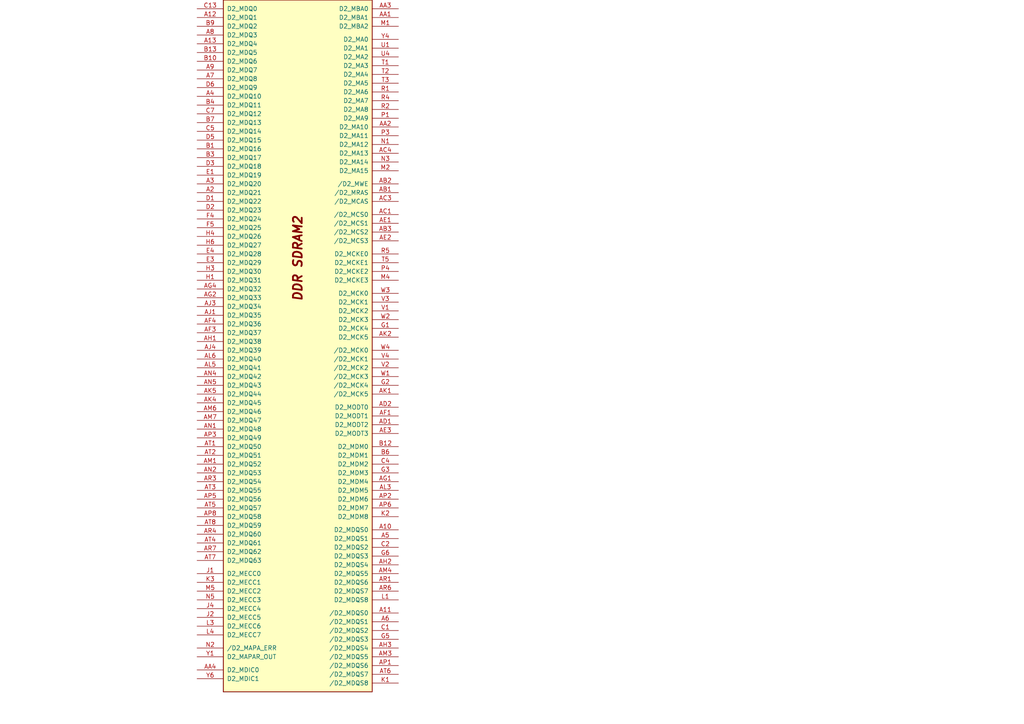
<source format=kicad_sch>
(kicad_sch (version 20250114) (generator "eeschema") (generator_version "9.0")
  (paper "A4")
  (lib_symbols
    (symbol "CPU:P4080-BGA1295" (pin_names (offset 1.016))
      (property "Reference" "U" (at 1.27 19.05 0))
      (property "Value" "P4080-BGA1295" (at 1.27 16.51 0))
      (symbol "P4080-BGA1295_1_1"
        (text "DDR SDRAM1" (at 1.27 26.67 900) (effects (font (size 2.54 2.54) (bold yes) (italic yes))))
        (pin bidirectional line (at -27.94 99.06 0) (length 7.62) (name "D1_MDQ0") (number "A17"))
        (pin bidirectional line (at -27.94 96.52 0) (length 7.62) (name "D1_MDQ1") (number "D17"))
        (pin bidirectional line (at -27.94 93.98 0) (length 7.62) (name "D1_MDQ2") (number "C14"))
        (pin bidirectional line (at -27.94 91.44 0) (length 7.62) (name "D1_MDQ3") (number "A14"))
        (pin bidirectional line (at -27.94 88.9 0) (length 7.62) (name "D1_MDQ4") (number "C17"))
        (pin bidirectional line (at -27.94 86.36 0) (length 7.62) (name "D1_MDQ5") (number "B17"))
        (pin bidirectional line (at -27.94 83.82 0) (length 7.62) (name "D1_MDQ6") (number "A15"))
        (pin bidirectional line (at -27.94 81.28 0) (length 7.62) (name "D1_MDQ7") (number "B15"))
        (pin bidirectional line (at -27.94 78.74 0) (length 7.62) (name "D1_MDQ8") (number "D15"))
        (pin bidirectional line (at -27.94 76.2 0) (length 7.62) (name "D1_MDQ9") (number "G15"))
        (pin bidirectional line (at -27.94 73.66 0) (length 7.62) (name "D1_MDQ10") (number "E12"))
        (pin bidirectional line (at -27.94 71.12 0) (length 7.62) (name "D1_MDQ11") (number "G12"))
        (pin bidirectional line (at -27.94 68.58 0) (length 7.62) (name "D1_MDQ12") (number "F16"))
        (pin bidirectional line (at -27.94 66.04 0) (length 7.62) (name "D1_MDQ13") (number "E15"))
        (pin bidirectional line (at -27.94 63.5 0) (length 7.62) (name "D1_MDQ14") (number "E13"))
        (pin bidirectional line (at -27.94 60.96 0) (length 7.62) (name "D1_MDQ15") (number "F13"))
        (pin bidirectional line (at -27.94 58.42 0) (length 7.62) (name "D1_MDQ16") (number "C8"))
        (pin bidirectional line (at -27.94 55.88 0) (length 7.62) (name "D1_MDQ17") (number "D12"))
        (pin bidirectional line (at -27.94 53.34 0) (length 7.62) (name "D1_MDQ18") (number "E9"))
        (pin bidirectional line (at -27.94 50.8 0) (length 7.62) (name "D1_MDQ19") (number "E10"))
        (pin bidirectional line (at -27.94 48.26 0) (length 7.62) (name "D1_MDQ20") (number "C11"))
        (pin bidirectional line (at -27.94 45.72 0) (length 7.62) (name "D1_MDQ21") (number "C10"))
        (pin bidirectional line (at -27.94 43.18 0) (length 7.62) (name "D1_MDQ22") (number "E6"))
        (pin bidirectional line (at -27.94 40.64 0) (length 7.62) (name "D1_MDQ23") (number "E7"))
        (pin bidirectional line (at -27.94 38.1 0) (length 7.62) (name "D1_MDQ24") (number "F7"))
        (pin bidirectional line (at -27.94 35.56 0) (length 7.62) (name "D1_MDQ25") (number "F11"))
        (pin bidirectional line (at -27.94 33.02 0) (length 7.62) (name "D1_MDQ26") (number "H10"))
        (pin bidirectional line (at -27.94 30.48 0) (length 7.62) (name "D1_MDQ27") (number "J10"))
        (pin bidirectional line (at -27.94 27.94 0) (length 7.62) (name "D1_MDQ28") (number "F10"))
        (pin bidirectional line (at -27.94 25.4 0) (length 7.62) (name "D1_MDQ29") (number "F8"))
        (pin bidirectional line (at -27.94 22.86 0) (length 7.62) (name "D1_MDQ30") (number "H7"))
        (pin bidirectional line (at -27.94 20.32 0) (length 7.62) (name "D1_MDQ31") (number "H9"))
        (pin bidirectional line (at -27.94 17.78 0) (length 7.62) (name "D1_MDQ32") (number "AC7"))
        (pin bidirectional line (at -27.94 15.24 0) (length 7.62) (name "D1_MDQ33") (number "AC6"))
        (pin bidirectional line (at -27.94 12.7 0) (length 7.62) (name "D1_MDQ34") (number "AF6"))
        (pin bidirectional line (at -27.94 10.16 0) (length 7.62) (name "D1_MDQ35") (number "AF7"))
        (pin bidirectional line (at -27.94 7.62 0) (length 7.62) (name "D1_MDQ36") (number "AB5"))
        (pin bidirectional line (at -27.94 5.08 0) (length 7.62) (name "D1_MDQ37") (number "AB6"))
        (pin bidirectional line (at -27.94 2.54 0) (length 7.62) (name "D1_MDQ38") (number "AE5"))
        (pin bidirectional line (at -27.94 0 0) (length 7.62) (name "D1_MDQ39") (number "AE6"))
        (pin bidirectional line (at -27.94 -2.54 0) (length 7.62) (name "D1_MDQ40") (number "AG5"))
        (pin bidirectional line (at -27.94 -5.08 0) (length 7.62) (name "D1_MDQ41") (number "AH9"))
        (pin bidirectional line (at -27.94 -7.62 0) (length 7.62) (name "D1_MDQ42") (number "AJ9"))
        (pin bidirectional line (at -27.94 -10.16 0) (length 7.62) (name "D1_MDQ43") (number "AJ10"))
        (pin bidirectional line (at -27.94 -12.7 0) (length 7.62) (name "D1_MDQ44") (number "AG8"))
        (pin bidirectional line (at -27.94 -15.24 0) (length 7.62) (name "D1_MDQ45") (number "AG7"))
        (pin bidirectional line (at -27.94 -17.78 0) (length 7.62) (name "D1_MDQ46") (number "AJ6"))
        (pin bidirectional line (at -27.94 -20.32 0) (length 7.62) (name "D1_MDQ47") (number "AJ7"))
        (pin bidirectional line (at -27.94 -22.86 0) (length 7.62) (name "D1_MDQ48") (number "AL9"))
        (pin bidirectional line (at -27.94 -25.4 0) (length 7.62) (name "D1_MDQ49") (number "AL8"))
        (pin bidirectional line (at -27.94 -27.94 0) (length 7.62) (name "D1_MDQ50") (number "AN10"))
        (pin bidirectional line (at -27.94 -30.48 0) (length 7.62) (name "D1_MDQ51") (number "AN11"))
        (pin bidirectional line (at -27.94 -33.02 0) (length 7.62) (name "D1_MDQ52") (number "AK8"))
        (pin bidirectional line (at -27.94 -35.56 0) (length 7.62) (name "D1_MDQ53") (number "AK7"))
        (pin bidirectional line (at -27.94 -38.1 0) (length 7.62) (name "D1_MDQ54") (number "AN7"))
        (pin bidirectional line (at -27.94 -40.64 0) (length 7.62) (name "D1_MDQ55") (number "AN8"))
        (pin bidirectional line (at -27.94 -43.18 0) (length 7.62) (name "D1_MDQ56") (number "AT9"))
        (pin bidirectional line (at -27.94 -45.72 0) (length 7.62) (name "D1_MDQ57") (number "AR10"))
        (pin bidirectional line (at -27.94 -48.26 0) (length 7.62) (name "D1_MDQ58") (number "AT13"))
        (pin bidirectional line (at -27.94 -50.8 0) (length 7.62) (name "D1_MDQ59") (number "AR13"))
        (pin bidirectional line (at -27.94 -53.34 0) (length 7.62) (name "D1_MDQ60") (number "AP9"))
        (pin bidirectional line (at -27.94 -55.88 0) (length 7.62) (name "D1_MDQ61") (number "AR9"))
        (pin bidirectional line (at -27.94 -58.42 0) (length 7.62) (name "D1_MDQ62") (number "AR12"))
        (pin bidirectional line (at -27.94 -60.96 0) (length 7.62) (name "D1_MDQ63") (number "AP12"))
        (pin bidirectional line (at -27.94 -64.77 0) (length 7.62) (name "D1_MECC0") (number "K9"))
        (pin bidirectional line (at -27.94 -67.31 0) (length 7.62) (name "D1_MECC1") (number "J5"))
        (pin bidirectional line (at -27.94 -69.85 0) (length 7.62) (name "D1_MECC2") (number "L10"))
        (pin bidirectional line (at -27.94 -72.39 0) (length 7.62) (name "D1_MECC3") (number "M10"))
        (pin bidirectional line (at -27.94 -74.93 0) (length 7.62) (name "D1_MECC4") (number "J8"))
        (pin bidirectional line (at -27.94 -77.47 0) (length 7.62) (name "D1_MECC5") (number "J7"))
        (pin bidirectional line (at -27.94 -80.01 0) (length 7.62) (name "D1_MECC6") (number "L7"))
        (pin bidirectional line (at -27.94 -82.55 0) (length 7.62) (name "D1_MECC7") (number "L9"))
        (pin input line (at -27.94 -86.36 0) (length 7.62) (name "/D1_MAPAR_ERR") (number "N8"))
        (pin output line (at -27.94 -88.9 0) (length 7.62) (name "D1_MAPAR_OUT") (number "Y7"))
        (pin bidirectional line (at -27.94 -92.71 0) (length 7.62) (name "D1_MDIC0") (number "T6"))
        (pin bidirectional line (at -27.94 -95.25 0) (length 7.62) (name "D1_MDIC1") (number "AA5"))
        (pin output line (at 30.48 99.06 180) (length 7.62) (name "D1_MBA0") (number "AA8"))
        (pin output line (at 30.48 96.52 180) (length 7.62) (name "D1_MBA1") (number "Y10"))
        (pin output line (at 30.48 93.98 180) (length 7.62) (name "D1_MBA2") (number "M8"))
        (pin output line (at 30.48 90.17 180) (length 7.62) (name "D1_MA0") (number "Y9"))
        (pin output line (at 30.48 87.63 180) (length 7.62) (name "D1_MA1") (number "U6"))
        (pin output line (at 30.48 85.09 180) (length 7.62) (name "D1_MA2") (number "U7"))
        (pin output line (at 30.48 82.55 180) (length 7.62) (name "D1_MA3") (number "U9"))
        (pin output line (at 30.48 80.01 180) (length 7.62) (name "D1_MA4") (number "U10"))
        (pin output line (at 30.48 77.47 180) (length 7.62) (name "D1_MA5") (number "T8"))
        (pin output line (at 30.48 74.93 180) (length 7.62) (name "D1_MA6") (number "T9"))
        (pin output line (at 30.48 72.39 180) (length 7.62) (name "D1_MA7") (number "R8"))
        (pin output line (at 30.48 69.85 180) (length 7.62) (name "D1_MA8") (number "R7"))
        (pin output line (at 30.48 67.31 180) (length 7.62) (name "D1_MA9") (number "P6"))
        (pin output line (at 30.48 64.77 180) (length 7.62) (name "D1_MA10") (number "AA7"))
        (pin output line (at 30.48 62.23 180) (length 7.62) (name "D1_MA11") (number "P7"))
        (pin output line (at 30.48 59.69 180) (length 7.62) (name "D1_MA12") (number "N6"))
        (pin output line (at 30.48 57.15 180) (length 7.62) (name "D1_MA13") (number "AE8"))
        (pin output line (at 30.48 54.61 180) (length 7.62) (name "D1_MA14") (number "M7"))
        (pin output line (at 30.48 52.07 180) (length 7.62) (name "D1_MA15") (number "L6"))
        (pin output line (at 30.48 48.26 180) (length 7.62) (name "/D1_MWE") (number "AB8"))
        (pin output line (at 30.48 45.72 180) (length 7.62) (name "/D1_MRAS") (number "AA10"))
        (pin output line (at 30.48 43.18 180) (length 7.62) (name "/D1_MCAS") (number "AC10"))
        (pin output line (at 30.48 39.37 180) (length 7.62) (name "/D1_MCS0") (number "AC9"))
        (pin output line (at 30.48 36.83 180) (length 7.62) (name "/D1_MCS1") (number "AE9"))
        (pin output line (at 30.48 34.29 180) (length 7.62) (name "/D1_MCS2") (number "AB9"))
        (pin output line (at 30.48 31.75 180) (length 7.62) (name "/D1_MCS3") (number "AF9"))
        (pin output line (at 30.48 27.94 180) (length 7.62) (name "D1_MCKE0") (number "P10"))
        (pin output line (at 30.48 25.4 180) (length 7.62) (name "D1_MCKE1") (number "R10"))
        (pin output line (at 30.48 22.86 180) (length 7.62) (name "D1_MCKE2") (number "P9"))
        (pin output line (at 30.48 20.32 180) (length 7.62) (name "D1_MCKE3") (number "N9"))
        (pin output line (at 30.48 16.51 180) (length 7.62) (name "D1_MCK0") (number "W6"))
        (pin output line (at 30.48 13.97 180) (length 7.62) (name "D1_MCK1") (number "V6"))
        (pin output line (at 30.48 11.43 180) (length 7.62) (name "D1_MCK2") (number "V8"))
        (pin output line (at 30.48 8.89 180) (length 7.62) (name "D1_MCK3") (number "W9"))
        (pin output line (at 30.48 6.35 180) (length 7.62) (name "D1_MCK4") (number "F1"))
        (pin output line (at 30.48 3.81 180) (length 7.62) (name "D1_MCK5") (number "AL1"))
        (pin output line (at 30.48 0 180) (length 7.62) (name "/D1_MCK0") (number "W5"))
        (pin output line (at 30.48 -2.54 180) (length 7.62) (name "/D1_MCK1") (number "V5"))
        (pin output line (at 30.48 -5.08 180) (length 7.62) (name "/D1_MCK2") (number "V9"))
        (pin output line (at 30.48 -7.62 180) (length 7.62) (name "/D1_MCK3") (number "W8"))
        (pin output line (at 30.48 -10.16 180) (length 7.62) (name "/D1_MCK4") (number "F2"))
        (pin output line (at 30.48 -12.7 180) (length 7.62) (name "/D1_MCK5") (number "AL2"))
        (pin output line (at 30.48 -16.51 180) (length 7.62) (name "D1_MODT0") (number "AD10"))
        (pin output line (at 30.48 -19.05 180) (length 7.62) (name "D1_MODT1") (number "AG10"))
        (pin output line (at 30.48 -21.59 180) (length 7.62) (name "D1_MODT2") (number "AD8"))
        (pin output line (at 30.48 -24.13 180) (length 7.62) (name "D1_MODT3") (number "AF10"))
        (pin output line (at 30.48 -27.94 180) (length 7.62) (name "D1_MDM0") (number "A16"))
        (pin output line (at 30.48 -30.48 180) (length 7.62) (name "D1_MDM1") (number "D14"))
        (pin output line (at 30.48 -33.02 180) (length 7.62) (name "D1_MDM2") (number "D11"))
        (pin output line (at 30.48 -35.56 180) (length 7.62) (name "D1_MDM3") (number "G11"))
        (pin output line (at 30.48 -38.1 180) (length 7.62) (name "D1_MDM4") (number "AD7"))
        (pin output line (at 30.48 -40.64 180) (length 7.62) (name "D1_MDM5") (number "AH8"))
        (pin output line (at 30.48 -43.18 180) (length 7.62) (name "D1_MDM6") (number "AL11"))
        (pin output line (at 30.48 -45.72 180) (length 7.62) (name "D1_MDM7") (number "AT10"))
        (pin output line (at 30.48 -48.26 180) (length 7.62) (name "D1_MDM8") (number "K8"))
        (pin bidirectional line (at 30.48 -52.07 180) (length 7.62) (name "D1_MDQS0") (number "C16"))
        (pin bidirectional line (at 30.48 -54.61 180) (length 7.62) (name "D1_MDQS1") (number "G14"))
        (pin bidirectional line (at 30.48 -57.15 180) (length 7.62) (name "D1_MDQS2") (number "D9"))
        (pin bidirectional line (at 30.48 -59.69 180) (length 7.62) (name "D1_MDQS3") (number "G9"))
        (pin bidirectional line (at 30.48 -62.23 180) (length 7.62) (name "D1_MDQS4") (number "AD5"))
        (pin bidirectional line (at 30.48 -64.77 180) (length 7.62) (name "D1_MDQS5") (number "AH6"))
        (pin bidirectional line (at 30.48 -67.31 180) (length 7.62) (name "D1_MDQS6") (number "AM10"))
        (pin bidirectional line (at 30.48 -69.85 180) (length 7.62) (name "D1_MDQS7") (number "AT12"))
        (pin bidirectional line (at 30.48 -72.39 180) (length 7.62) (name "D1_MDQS8") (number "K6"))
        (pin bidirectional line (at 30.48 -76.2 180) (length 7.62) (name "/D1_MDQS0") (number "B16"))
        (pin bidirectional line (at 30.48 -78.74 180) (length 7.62) (name "/D1_MDQS1") (number "F14"))
        (pin bidirectional line (at 30.48 -81.28 180) (length 7.62) (name "/D1_MDQS2") (number "D8"))
        (pin bidirectional line (at 30.48 -83.82 180) (length 7.62) (name "/D1_MDQS3") (number "G8"))
        (pin bidirectional line (at 30.48 -86.36 180) (length 7.62) (name "/D1_MDQS4") (number "AD4"))
        (pin bidirectional line (at 30.48 -88.9 180) (length 7.62) (name "/D1_MDQS5") (number "AH5"))
        (pin bidirectional line (at 30.48 -91.44 180) (length 7.62) (name "/D1_MDQS6") (number "AM9"))
        (pin bidirectional line (at 30.48 -93.98 180) (length 7.62) (name "/D1_MDQS7") (number "AT11"))
        (pin bidirectional line (at 30.48 -96.52 180) (length 7.62) (name "/D1_MDQS8") (number "K5"))
      )
      (symbol "P4080-BGA1295_2_1"
        (text "DDR SDRAM2" (at 1.27 26.67 900) (effects (font (size 2.54 2.54) (bold yes) (italic yes))))
        (pin bidirectional line (at -27.94 99.06 0) (length 7.62) (name "D2_MDQ0") (number "C13"))
        (pin bidirectional line (at -27.94 96.52 0) (length 7.62) (name "D2_MDQ1") (number "A12"))
        (pin bidirectional line (at -27.94 93.98 0) (length 7.62) (name "D2_MDQ2") (number "B9"))
        (pin bidirectional line (at -27.94 91.44 0) (length 7.62) (name "D2_MDQ3") (number "A8"))
        (pin bidirectional line (at -27.94 88.9 0) (length 7.62) (name "D2_MDQ4") (number "A13"))
        (pin bidirectional line (at -27.94 86.36 0) (length 7.62) (name "D2_MDQ5") (number "B13"))
        (pin bidirectional line (at -27.94 83.82 0) (length 7.62) (name "D2_MDQ6") (number "B10"))
        (pin bidirectional line (at -27.94 81.28 0) (length 7.62) (name "D2_MDQ7") (number "A9"))
        (pin bidirectional line (at -27.94 78.74 0) (length 7.62) (name "D2_MDQ8") (number "A7"))
        (pin bidirectional line (at -27.94 76.2 0) (length 7.62) (name "D2_MDQ9") (number "D6"))
        (pin bidirectional line (at -27.94 73.66 0) (length 7.62) (name "D2_MDQ10") (number "A4"))
        (pin bidirectional line (at -27.94 71.12 0) (length 7.62) (name "D2_MDQ11") (number "B4"))
        (pin bidirectional line (at -27.94 68.58 0) (length 7.62) (name "D2_MDQ12") (number "C7"))
        (pin bidirectional line (at -27.94 66.04 0) (length 7.62) (name "D2_MDQ13") (number "B7"))
        (pin bidirectional line (at -27.94 63.5 0) (length 7.62) (name "D2_MDQ14") (number "C5"))
        (pin bidirectional line (at -27.94 60.96 0) (length 7.62) (name "D2_MDQ15") (number "D5"))
        (pin bidirectional line (at -27.94 58.42 0) (length 7.62) (name "D2_MDQ16") (number "B1"))
        (pin bidirectional line (at -27.94 55.88 0) (length 7.62) (name "D2_MDQ17") (number "B3"))
        (pin bidirectional line (at -27.94 53.34 0) (length 7.62) (name "D2_MDQ18") (number "D3"))
        (pin bidirectional line (at -27.94 50.8 0) (length 7.62) (name "D2_MDQ19") (number "E1"))
        (pin bidirectional line (at -27.94 48.26 0) (length 7.62) (name "D2_MDQ20") (number "A3"))
        (pin bidirectional line (at -27.94 45.72 0) (length 7.62) (name "D2_MDQ21") (number "A2"))
        (pin bidirectional line (at -27.94 43.18 0) (length 7.62) (name "D2_MDQ22") (number "D1"))
        (pin bidirectional line (at -27.94 40.64 0) (length 7.62) (name "D2_MDQ23") (number "D2"))
        (pin bidirectional line (at -27.94 38.1 0) (length 7.62) (name "D2_MDQ24") (number "F4"))
        (pin bidirectional line (at -27.94 35.56 0) (length 7.62) (name "D2_MDQ25") (number "F5"))
        (pin bidirectional line (at -27.94 33.02 0) (length 7.62) (name "D2_MDQ26") (number "H4"))
        (pin bidirectional line (at -27.94 30.48 0) (length 7.62) (name "D2_MDQ27") (number "H6"))
        (pin bidirectional line (at -27.94 27.94 0) (length 7.62) (name "D2_MDQ28") (number "E4"))
        (pin bidirectional line (at -27.94 25.4 0) (length 7.62) (name "D2_MDQ29") (number "E3"))
        (pin bidirectional line (at -27.94 22.86 0) (length 7.62) (name "D2_MDQ30") (number "H3"))
        (pin bidirectional line (at -27.94 20.32 0) (length 7.62) (name "D2_MDQ31") (number "H1"))
        (pin bidirectional line (at -27.94 17.78 0) (length 7.62) (name "D2_MDQ32") (number "AG4"))
        (pin bidirectional line (at -27.94 15.24 0) (length 7.62) (name "D2_MDQ33") (number "AG2"))
        (pin bidirectional line (at -27.94 12.7 0) (length 7.62) (name "D2_MDQ34") (number "AJ3"))
        (pin bidirectional line (at -27.94 10.16 0) (length 7.62) (name "D2_MDQ35") (number "AJ1"))
        (pin bidirectional line (at -27.94 7.62 0) (length 7.62) (name "D2_MDQ36") (number "AF4"))
        (pin bidirectional line (at -27.94 5.08 0) (length 7.62) (name "D2_MDQ37") (number "AF3"))
        (pin bidirectional line (at -27.94 2.54 0) (length 7.62) (name "D2_MDQ38") (number "AH1"))
        (pin bidirectional line (at -27.94 0 0) (length 7.62) (name "D2_MDQ39") (number "AJ4"))
        (pin bidirectional line (at -27.94 -2.54 0) (length 7.62) (name "D2_MDQ40") (number "AL6"))
        (pin bidirectional line (at -27.94 -5.08 0) (length 7.62) (name "D2_MDQ41") (number "AL5"))
        (pin bidirectional line (at -27.94 -7.62 0) (length 7.62) (name "D2_MDQ42") (number "AN4"))
        (pin bidirectional line (at -27.94 -10.16 0) (length 7.62) (name "D2_MDQ43") (number "AN5"))
        (pin bidirectional line (at -27.94 -12.7 0) (length 7.62) (name "D2_MDQ44") (number "AK5"))
        (pin bidirectional line (at -27.94 -15.24 0) (length 7.62) (name "D2_MDQ45") (number "AK4"))
        (pin bidirectional line (at -27.94 -17.78 0) (length 7.62) (name "D2_MDQ46") (number "AM6"))
        (pin bidirectional line (at -27.94 -20.32 0) (length 7.62) (name "D2_MDQ47") (number "AM7"))
        (pin bidirectional line (at -27.94 -22.86 0) (length 7.62) (name "D2_MDQ48") (number "AN1"))
        (pin bidirectional line (at -27.94 -25.4 0) (length 7.62) (name "D2_MDQ49") (number "AP3"))
        (pin bidirectional line (at -27.94 -27.94 0) (length 7.62) (name "D2_MDQ50") (number "AT1"))
        (pin bidirectional line (at -27.94 -30.48 0) (length 7.62) (name "D2_MDQ51") (number "AT2"))
        (pin bidirectional line (at -27.94 -33.02 0) (length 7.62) (name "D2_MDQ52") (number "AM1"))
        (pin bidirectional line (at -27.94 -35.56 0) (length 7.62) (name "D2_MDQ53") (number "AN2"))
        (pin bidirectional line (at -27.94 -38.1 0) (length 7.62) (name "D2_MDQ54") (number "AR3"))
        (pin bidirectional line (at -27.94 -40.64 0) (length 7.62) (name "D2_MDQ55") (number "AT3"))
        (pin bidirectional line (at -27.94 -43.18 0) (length 7.62) (name "D2_MDQ56") (number "AP5"))
        (pin bidirectional line (at -27.94 -45.72 0) (length 7.62) (name "D2_MDQ57") (number "AT5"))
        (pin bidirectional line (at -27.94 -48.26 0) (length 7.62) (name "D2_MDQ58") (number "AP8"))
        (pin bidirectional line (at -27.94 -50.8 0) (length 7.62) (name "D2_MDQ59") (number "AT8"))
        (pin bidirectional line (at -27.94 -53.34 0) (length 7.62) (name "D2_MDQ60") (number "AR4"))
        (pin bidirectional line (at -27.94 -55.88 0) (length 7.62) (name "D2_MDQ61") (number "AT4"))
        (pin bidirectional line (at -27.94 -58.42 0) (length 7.62) (name "D2_MDQ62") (number "AR7"))
        (pin bidirectional line (at -27.94 -60.96 0) (length 7.62) (name "D2_MDQ63") (number "AT7"))
        (pin bidirectional line (at -27.94 -64.77 0) (length 7.62) (name "D2_MECC0") (number "J1"))
        (pin bidirectional line (at -27.94 -67.31 0) (length 7.62) (name "D2_MECC1") (number "K3"))
        (pin bidirectional line (at -27.94 -69.85 0) (length 7.62) (name "D2_MECC2") (number "M5"))
        (pin bidirectional line (at -27.94 -72.39 0) (length 7.62) (name "D2_MECC3") (number "N5"))
        (pin bidirectional line (at -27.94 -74.93 0) (length 7.62) (name "D2_MECC4") (number "J4"))
        (pin bidirectional line (at -27.94 -77.47 0) (length 7.62) (name "D2_MECC5") (number "J2"))
        (pin bidirectional line (at -27.94 -80.01 0) (length 7.62) (name "D2_MECC6") (number "L3"))
        (pin bidirectional line (at -27.94 -82.55 0) (length 7.62) (name "D2_MECC7") (number "L4"))
        (pin input line (at -27.94 -86.36 0) (length 7.62) (name "/D2_MAPA_ERR") (number "N2"))
        (pin output line (at -27.94 -88.9 0) (length 7.62) (name "D2_MAPAR_OUT") (number "Y1"))
        (pin bidirectional line (at -27.94 -92.71 0) (length 7.62) (name "D2_MDIC0") (number "AA4"))
        (pin bidirectional line (at -27.94 -95.25 0) (length 7.62) (name "D2_MDIC1") (number "Y6"))
        (pin output line (at 30.48 99.06 180) (length 7.62) (name "D2_MBA0") (number "AA3"))
        (pin output line (at 30.48 96.52 180) (length 7.62) (name "D2_MBA1") (number "AA1"))
        (pin output line (at 30.48 93.98 180) (length 7.62) (name "D2_MBA2") (number "M1"))
        (pin output line (at 30.48 90.17 180) (length 7.62) (name "D2_MA0") (number "Y4"))
        (pin output line (at 30.48 87.63 180) (length 7.62) (name "D2_MA1") (number "U1"))
        (pin output line (at 30.48 85.09 180) (length 7.62) (name "D2_MA2") (number "U4"))
        (pin output line (at 30.48 82.55 180) (length 7.62) (name "D2_MA3") (number "T1"))
        (pin output line (at 30.48 80.01 180) (length 7.62) (name "D2_MA4") (number "T2"))
        (pin output line (at 30.48 77.47 180) (length 7.62) (name "D2_MA5") (number "T3"))
        (pin output line (at 30.48 74.93 180) (length 7.62) (name "D2_MA6") (number "R1"))
        (pin output line (at 30.48 72.39 180) (length 7.62) (name "D2_MA7") (number "R4"))
        (pin output line (at 30.48 69.85 180) (length 7.62) (name "D2_MA8") (number "R2"))
        (pin output line (at 30.48 67.31 180) (length 7.62) (name "D2_MA9") (number "P1"))
        (pin output line (at 30.48 64.77 180) (length 7.62) (name "D2_MA10") (number "AA2"))
        (pin output line (at 30.48 62.23 180) (length 7.62) (name "D2_MA11") (number "P3"))
        (pin output line (at 30.48 59.69 180) (length 7.62) (name "D2_MA12") (number "N1"))
        (pin output line (at 30.48 57.15 180) (length 7.62) (name "D2_MA13") (number "AC4"))
        (pin output line (at 30.48 54.61 180) (length 7.62) (name "D2_MA14") (number "N3"))
        (pin output line (at 30.48 52.07 180) (length 7.62) (name "D2_MA15") (number "M2"))
        (pin output line (at 30.48 48.26 180) (length 7.62) (name "/D2_MWE") (number "AB2"))
        (pin output line (at 30.48 45.72 180) (length 7.62) (name "/D2_MRAS") (number "AB1"))
        (pin output line (at 30.48 43.18 180) (length 7.62) (name "/D2_MCAS") (number "AC3"))
        (pin output line (at 30.48 39.37 180) (length 7.62) (name "/D2_MCS0") (number "AC1"))
        (pin output line (at 30.48 36.83 180) (length 7.62) (name "/D2_MCS1") (number "AE1"))
        (pin output line (at 30.48 34.29 180) (length 7.62) (name "/D2_MCS2") (number "AB3"))
        (pin output line (at 30.48 31.75 180) (length 7.62) (name "/D2_MCS3") (number "AE2"))
        (pin output line (at 30.48 27.94 180) (length 7.62) (name "D2_MCKE0") (number "R5"))
        (pin output line (at 30.48 25.4 180) (length 7.62) (name "D2_MCKE1") (number "T5"))
        (pin output line (at 30.48 22.86 180) (length 7.62) (name "D2_MCKE2") (number "P4"))
        (pin output line (at 30.48 20.32 180) (length 7.62) (name "D2_MCKE3") (number "M4"))
        (pin output line (at 30.48 16.51 180) (length 7.62) (name "D2_MCK0") (number "W3"))
        (pin output line (at 30.48 13.97 180) (length 7.62) (name "D2_MCK1") (number "V3"))
        (pin output line (at 30.48 11.43 180) (length 7.62) (name "D2_MCK2") (number "V1"))
        (pin output line (at 30.48 8.89 180) (length 7.62) (name "D2_MCK3") (number "W2"))
        (pin output line (at 30.48 6.35 180) (length 7.62) (name "D2_MCK4") (number "G1"))
        (pin output line (at 30.48 3.81 180) (length 7.62) (name "D2_MCK5") (number "AK2"))
        (pin output line (at 30.48 0 180) (length 7.62) (name "/D2_MCK0") (number "W4"))
        (pin output line (at 30.48 -2.54 180) (length 7.62) (name "/D2_MCK1") (number "V4"))
        (pin output line (at 30.48 -5.08 180) (length 7.62) (name "/D2_MCK2") (number "V2"))
        (pin output line (at 30.48 -7.62 180) (length 7.62) (name "/D2_MCK3") (number "W1"))
        (pin output line (at 30.48 -10.16 180) (length 7.62) (name "/D2_MCK4") (number "G2"))
        (pin output line (at 30.48 -12.7 180) (length 7.62) (name "/D2_MCK5") (number "AK1"))
        (pin output line (at 30.48 -16.51 180) (length 7.62) (name "D2_MODT0") (number "AD2"))
        (pin output line (at 30.48 -19.05 180) (length 7.62) (name "D2_MODT1") (number "AF1"))
        (pin output line (at 30.48 -21.59 180) (length 7.62) (name "D2_MODT2") (number "AD1"))
        (pin output line (at 30.48 -24.13 180) (length 7.62) (name "D2_MODT3") (number "AE3"))
        (pin output line (at 30.48 -27.94 180) (length 7.62) (name "D2_MDM0") (number "B12"))
        (pin output line (at 30.48 -30.48 180) (length 7.62) (name "D2_MDM1") (number "B6"))
        (pin output line (at 30.48 -33.02 180) (length 7.62) (name "D2_MDM2") (number "C4"))
        (pin output line (at 30.48 -35.56 180) (length 7.62) (name "D2_MDM3") (number "G3"))
        (pin output line (at 30.48 -38.1 180) (length 7.62) (name "D2_MDM4") (number "AG1"))
        (pin output line (at 30.48 -40.64 180) (length 7.62) (name "D2_MDM5") (number "AL3"))
        (pin output line (at 30.48 -43.18 180) (length 7.62) (name "D2_MDM6") (number "AP2"))
        (pin output line (at 30.48 -45.72 180) (length 7.62) (name "D2_MDM7") (number "AP6"))
        (pin output line (at 30.48 -48.26 180) (length 7.62) (name "D2_MDM8") (number "K2"))
        (pin bidirectional line (at 30.48 -52.07 180) (length 7.62) (name "D2_MDQS0") (number "A10"))
        (pin bidirectional line (at 30.48 -54.61 180) (length 7.62) (name "D2_MDQS1") (number "A5"))
        (pin bidirectional line (at 30.48 -57.15 180) (length 7.62) (name "D2_MDQS2") (number "C2"))
        (pin bidirectional line (at 30.48 -59.69 180) (length 7.62) (name "D2_MDQS3") (number "G6"))
        (pin bidirectional line (at 30.48 -62.23 180) (length 7.62) (name "D2_MDQS4") (number "AH2"))
        (pin bidirectional line (at 30.48 -64.77 180) (length 7.62) (name "D2_MDQS5") (number "AM4"))
        (pin bidirectional line (at 30.48 -67.31 180) (length 7.62) (name "D2_MDQS6") (number "AR1"))
        (pin bidirectional line (at 30.48 -69.85 180) (length 7.62) (name "D2_MDQS7") (number "AR6"))
        (pin bidirectional line (at 30.48 -72.39 180) (length 7.62) (name "D2_MDQS8") (number "L1"))
        (pin bidirectional line (at 30.48 -76.2 180) (length 7.62) (name "/D2_MDQS0") (number "A11"))
        (pin bidirectional line (at 30.48 -78.74 180) (length 7.62) (name "/D2_MDQS1") (number "A6"))
        (pin bidirectional line (at 30.48 -81.28 180) (length 7.62) (name "/D2_MDQS2") (number "C1"))
        (pin bidirectional line (at 30.48 -83.82 180) (length 7.62) (name "/D2_MDQS3") (number "G5"))
        (pin bidirectional line (at 30.48 -86.36 180) (length 7.62) (name "/D2_MDQS4") (number "AH3"))
        (pin bidirectional line (at 30.48 -88.9 180) (length 7.62) (name "/D2_MDQS5") (number "AM3"))
        (pin bidirectional line (at 30.48 -91.44 180) (length 7.62) (name "/D2_MDQS6") (number "AP1"))
        (pin bidirectional line (at 30.48 -93.98 180) (length 7.62) (name "/D2_MDQS7") (number "AT6"))
        (pin bidirectional line (at 30.48 -96.52 180) (length 7.62) (name "/D2_MDQS8") (number "K1"))
      )
      (symbol "P4080-BGA1295_3_1"
        (text "PROG INTERRUPT" (at -13.97 -5.08 0) (effects (font (size 1.27 1.27) (bold yes) (italic yes))))
        (text "CONTROLLER" (at -13.97 -7.62 0) (effects (font (size 1.27 1.27) (bold yes) (italic yes))))
        (text "GENERAL-PURPOSE" (at -8.89 -64.77 0) (effects (font (size 1.524 1.524) (bold yes) (italic yes))))
        (text "INPUT/OUTPUT" (at -8.89 -68.58 0) (effects (font (size 1.524 1.524) (bold yes) (italic yes))))
        (text "LOCAL BUS CONTROLLER" (at 0 69.85 0) (effects (font (size 1.524 1.524) (bold yes) (italic yes))))
        (text "INTERFACE" (at 0 66.04 0) (effects (font (size 1.524 1.524) (bold yes) (italic yes))))
        (text "DMA" (at 0 7.62 0) (effects (font (size 1.524 1.524) (bold yes) (italic yes))))
        (pin bidirectional line (at -30.48 86.36 0) (length 7.62) (name "LAD0") (number "K26"))
        (pin bidirectional line (at -30.48 83.82 0) (length 7.62) (name "LAD1") (number "L26"))
        (pin bidirectional line (at -30.48 81.28 0) (length 7.62) (name "LAD2") (number "J26"))
        (pin bidirectional line (at -30.48 78.74 0) (length 7.62) (name "LAD3") (number "H25"))
        (pin bidirectional line (at -30.48 76.2 0) (length 7.62) (name "LAD4") (number "F25"))
        (pin bidirectional line (at -30.48 73.66 0) (length 7.62) (name "LAD5") (number "H24"))
        (pin bidirectional line (at -30.48 71.12 0) (length 7.62) (name "LAD6") (number "G24"))
        (pin bidirectional line (at -30.48 68.58 0) (length 7.62) (name "LAD7") (number "G23"))
        (pin bidirectional line (at -30.48 66.04 0) (length 7.62) (name "LAD8") (number "E23"))
        (pin bidirectional line (at -30.48 63.5 0) (length 7.62) (name "LAD9") (number "D23"))
        (pin bidirectional line (at -30.48 60.96 0) (length 7.62) (name "LAD10") (number "J22"))
        (pin bidirectional line (at -30.48 58.42 0) (length 7.62) (name "LAD11") (number "G22"))
        (pin bidirectional line (at -30.48 55.88 0) (length 7.62) (name "LAD12") (number "F19"))
        (pin bidirectional line (at -30.48 53.34 0) (length 7.62) (name "LAD13") (number "J18"))
        (pin bidirectional line (at -30.48 50.8 0) (length 7.62) (name "LAD14") (number "K18"))
        (pin bidirectional line (at -30.48 48.26 0) (length 7.62) (name "LAD15") (number "J17"))
        (pin bidirectional line (at -30.48 43.18 0) (length 7.62) (name "LDP0") (number "J24"))
        (pin bidirectional line (at -30.48 40.64 0) (length 7.62) (name "LDP1") (number "K23"))
        (pin output line (at -30.48 35.56 0) (length 7.62) (name "LGPL0") (number "B25"))
        (pin output line (at -30.48 33.02 0) (length 7.62) (name "LGPL1") (number "E25"))
        (pin output line (at -30.48 30.48 0) (length 7.62) (name "LGPL2") (number "D25"))
        (pin output line (at -30.48 27.94 0) (length 7.62) (name "LGPL3") (number "H26"))
        (pin bidirectional line (at -30.48 25.4 0) (length 7.62) (name "LGPL4") (number "C25"))
        (pin output line (at -30.48 22.86 0) (length 7.62) (name "LGPL5") (number "E26"))
        (pin output line (at -30.48 16.51 0) (length 7.62) (name "LCLK0") (number "C24"))
        (pin output line (at -30.48 13.97 0) (length 7.62) (name "LCLK1") (number "C23"))
        (pin input line (at -30.48 -10.16 0) (length 7.62) (name "IRQ0") (number "AJ16"))
        (pin input line (at -30.48 -12.7 0) (length 7.62) (name "IRQ1") (number "AH16"))
        (pin input line (at -30.48 -15.24 0) (length 7.62) (name "IRQ2") (number "AK12"))
        (pin input line (at -30.48 -17.78 0) (length 7.62) (name "IRQ3/GPIO21") (number "AJ15"))
        (pin input line (at -30.48 -20.32 0) (length 7.62) (name "IRQ4/GPIO22") (number "AH17"))
        (pin input line (at -30.48 -22.86 0) (length 7.62) (name "IRQ5/GPIO23") (number "AJ13"))
        (pin input line (at -30.48 -25.4 0) (length 7.62) (name "IRQ6/GPIO24") (number "AG17"))
        (pin input line (at -30.48 -27.94 0) (length 7.62) (name "IRQ7/GPIO25") (number "AM13"))
        (pin input line (at -30.48 -30.48 0) (length 7.62) (name "IRQ8/GPIO26") (number "AG13"))
        (pin input line (at -30.48 -33.02 0) (length 7.62) (name "IRQ9/GPIO27") (number "AK11"))
        (pin input line (at -30.48 -38.1 0) (length 7.62) (name "IRQ11/GPIO29") (number "AL12"))
        (pin output line (at -30.48 -41.91 0) (length 7.62) (name "/IRQ_OUT/EVT9") (number "AK14"))
        (pin input line (at -30.48 -45.72 0) (length 7.62) (name "/TMP_DETECT") (number "AN19"))
        (pin output line (at 30.48 86.36 180) (length 7.62) (name "LA16") (number "J25"))
        (pin output line (at 30.48 83.82 180) (length 7.62) (name "LA17") (number "G25"))
        (pin output line (at 30.48 81.28 180) (length 7.62) (name "LA18") (number "H23"))
        (pin output line (at 30.48 78.74 180) (length 7.62) (name "LA19") (number "F22"))
        (pin output line (at 30.48 76.2 180) (length 7.62) (name "LA20") (number "H22"))
        (pin output line (at 30.48 73.66 180) (length 7.62) (name "LA21") (number "E21"))
        (pin output line (at 30.48 71.12 180) (length 7.62) (name "LA22") (number "F21"))
        (pin output line (at 30.48 68.58 180) (length 7.62) (name "LA23") (number "H21"))
        (pin output line (at 30.48 66.04 180) (length 7.62) (name "LA24") (number "K21"))
        (pin output line (at 30.48 63.5 180) (length 7.62) (name "LA25") (number "G20"))
        (pin output line (at 30.48 60.96 180) (length 7.62) (name "LA26") (number "J20"))
        (pin output line (at 30.48 58.42 180) (length 7.62) (name "LA27") (number "K20"))
        (pin output line (at 30.48 55.88 180) (length 7.62) (name "LA28") (number "G19"))
        (pin output line (at 30.48 53.34 180) (length 7.62) (name "LA29") (number "H19"))
        (pin output line (at 30.48 50.8 180) (length 7.62) (name "LA30") (number "J19"))
        (pin output line (at 30.48 48.26 180) (length 7.62) (name "LA31") (number "G18"))
        (pin output line (at 30.48 44.45 180) (length 7.62) (name "/LCS0") (number "D19"))
        (pin output line (at 30.48 41.91 180) (length 7.62) (name "/LCS1") (number "D20"))
        (pin output line (at 30.48 39.37 180) (length 7.62) (name "/LCS2") (number "E20"))
        (pin output line (at 30.48 36.83 180) (length 7.62) (name "/LCS3") (number "D21"))
        (pin output line (at 30.48 34.29 180) (length 7.62) (name "/LCS4") (number "D22"))
        (pin output line (at 30.48 31.75 180) (length 7.62) (name "/LCS5") (number "B23"))
        (pin output line (at 30.48 29.21 180) (length 7.62) (name "/LCS6") (number "F24"))
        (pin output line (at 30.48 26.67 180) (length 7.62) (name "/LCS7") (number "G26"))
        (pin output line (at 30.48 22.86 180) (length 7.62) (name "/LWE0") (number "D24"))
        (pin output line (at 30.48 20.32 180) (length 7.62) (name "/LWE1") (number "A24"))
        (pin output line (at 30.48 16.51 180) (length 7.62) (name "LBCTL") (number "C22"))
        (pin bidirectional line (at 30.48 13.97 180) (length 7.62) (name "LALE") (number "A23"))
        (pin output line (at 30.48 6.35 180) (length 7.62) (name "/DMA1_DDONE0") (number "AN21"))
        (pin output line (at 30.48 2.54 180) (length 7.62) (name "/DMA2_DACK0") (number "AG19"))
        (pin output line (at 30.48 0 180) (length 7.62) (name "/DMA2_DDONE0") (number "AP20"))
        (pin bidirectional line (at 30.48 -5.08 180) (length 7.62) (name "GPIO0") (number "AL21"))
        (pin bidirectional line (at 30.48 -7.62 180) (length 7.62) (name "GPIO1") (number "AK22"))
        (pin bidirectional line (at 30.48 -10.16 180) (length 7.62) (name "GPIO2") (number "AM20"))
        (pin bidirectional line (at 30.48 -12.7 180) (length 7.62) (name "GPIO3") (number "AN20"))
        (pin bidirectional line (at 30.48 -15.24 180) (length 7.62) (name "GPIO4") (number "AH21"))
        (pin bidirectional line (at 30.48 -17.78 180) (length 7.62) (name "GPIO5") (number "AJ21"))
        (pin bidirectional line (at 30.48 -20.32 180) (length 7.62) (name "GPIO6") (number "AK21"))
        (pin bidirectional line (at 30.48 -22.86 180) (length 7.62) (name "GPIO7") (number "AG20"))
        (pin bidirectional line (at 30.48 -25.4 180) (length 7.62) (name "GPIO8/UART1_SOUT") (number "AL22"))
        (pin bidirectional line (at 30.48 -27.94 180) (length 7.62) (name "GPIO9/UART2_SOUT") (number "AJ22"))
        (pin bidirectional line (at 30.48 -30.48 180) (length 7.62) (name "GPIO10/UART1_SIN") (number "AR23"))
        (pin bidirectional line (at 30.48 -33.02 180) (length 7.62) (name "GPIO11/UART2_SIN") (number "AN23"))
        (pin bidirectional line (at 30.48 -35.56 180) (length 7.62) (name "GPIO12/RTS/UART3_SOUT") (number "AM22"))
        (pin bidirectional line (at 30.48 -38.1 180) (length 7.62) (name "GPIO13/RTS/UART4_SOUT") (number "AK23"))
        (pin bidirectional line (at 30.48 -40.64 180) (length 7.62) (name "GPIO14/CTS/UART3_SIN") (number "AP22"))
        (pin bidirectional line (at 30.48 -43.18 180) (length 7.62) (name "GPIO15/CTS/UART4_SIN") (number "AH23"))
        (pin bidirectional line (at 30.48 -45.72 180) (length 7.62) (name "GPIO16/IIC3_SCL/SDHC_CD") (number "AK13"))
        (pin bidirectional line (at 30.48 -48.26 180) (length 7.62) (name "GPIO17/IIC3_SDA/SDHC_WP") (number "AM14"))
        (pin bidirectional line (at 30.48 -50.8 180) (length 7.62) (name "GPIO18/DMA1_DREQ0") (number "AP21"))
        (pin bidirectional line (at 30.48 -53.34 180) (length 7.62) (name "GPIO19/DMA1_DACK0") (number "AL19"))
        (pin bidirectional line (at 30.48 -55.88 180) (length 7.62) (name "GPIO20/DMA2_DREQ0/ALT_MDVAL") (number "AJ20"))
        (pin bidirectional line (at 30.48 -76.2 180) (length 7.62) (name "GPIO28/IRQ10") (number "AH14"))
        (pin bidirectional line (at 30.48 -81.28 180) (length 7.62) (name "GPIO30/TSEC_1588_ALARM_OUT2") (number "AK35"))
        (pin bidirectional line (at 30.48 -83.82 180) (length 7.62) (name "GPIO31/TSEC_1588_PULSE_OUT2") (number "AJ34"))
      )
      (symbol "P4080-BGA1295_4_1"
        (text "SERDES" (at 0 29.21 0) (effects (font (size 2.54 2.54) (bold yes) (italic yes))))
        (pin input line (at -27.94 55.88 0) (length 7.62) (name "SD_RX0") (number "C28"))
        (pin input line (at -27.94 53.34 0) (length 7.62) (name "SD_RX1") (number "A29"))
        (pin input line (at -27.94 50.8 0) (length 7.62) (name "SD_RX2") (number "C30"))
        (pin input line (at -27.94 48.26 0) (length 7.62) (name "SD_RX3") (number "A31"))
        (pin input line (at -27.94 45.72 0) (length 7.62) (name "SD_RX4") (number "D36"))
        (pin input line (at -27.94 43.18 0) (length 7.62) (name "SD_RX5") (number "F36"))
        (pin input line (at -27.94 40.64 0) (length 7.62) (name "SD_RX6") (number "H36"))
        (pin input line (at -27.94 38.1 0) (length 7.62) (name "SD_RX7") (number "K36"))
        (pin input line (at -27.94 35.56 0) (length 7.62) (name "SD_RX8") (number "L34"))
        (pin input line (at -27.94 33.02 0) (length 7.62) (name "SD_RX9") (number "M36"))
        (pin input line (at -27.94 30.48 0) (length 7.62) (name "SD_RX10") (number "P36"))
        (pin input line (at -27.94 27.94 0) (length 7.62) (name "SD_RX11") (number "T34"))
        (pin input line (at -27.94 25.4 0) (length 7.62) (name "SD_RX12") (number "W36"))
        (pin input line (at -27.94 22.86 0) (length 7.62) (name "SD_RX13") (number "Y34"))
        (pin input line (at -27.94 20.32 0) (length 7.62) (name "SD_RX14") (number "AA36"))
        (pin input line (at -27.94 17.78 0) (length 7.62) (name "SD_RX15") (number "AC36"))
        (pin input line (at -27.94 15.24 0) (length 7.62) (name "SD_RX16") (number "AF34"))
        (pin input line (at -27.94 12.7 0) (length 7.62) (name "SD_RX17") (number "AG36"))
        (pin input line (at -27.94 7.62 0) (length 7.62) (name "/SD_RX0") (number "D28"))
        (pin input line (at -27.94 5.08 0) (length 7.62) (name "/SD_RX1") (number "B29"))
        (pin input line (at -27.94 2.54 0) (length 7.62) (name "/SD_RX2") (number "D30"))
        (pin input line (at -27.94 0 0) (length 7.62) (name "/SD_RX3") (number "B31"))
        (pin input line (at -27.94 -2.54 0) (length 7.62) (name "/SD_RX4") (number "C36"))
        (pin input line (at -27.94 -5.08 0) (length 7.62) (name "/SD_RX5") (number "F35"))
        (pin input line (at -27.94 -7.62 0) (length 7.62) (name "/SD_RX6") (number "H35"))
        (pin input line (at -27.94 -10.16 0) (length 7.62) (name "/SD_RX7") (number "K35"))
        (pin input line (at -27.94 -12.7 0) (length 7.62) (name "/SD_RX8") (number "L33"))
        (pin input line (at -27.94 -15.24 0) (length 7.62) (name "/SD_RX9") (number "M35"))
        (pin input line (at -27.94 -17.78 0) (length 7.62) (name "/SD_RX10") (number "P35"))
        (pin input line (at -27.94 -20.32 0) (length 7.62) (name "/SD_RX11") (number "T33"))
        (pin input line (at -27.94 -22.86 0) (length 7.62) (name "/SD_RX12") (number "W35"))
        (pin input line (at -27.94 -25.4 0) (length 7.62) (name "/SD_RX13") (number "Y33"))
        (pin input line (at -27.94 -27.94 0) (length 7.62) (name "/SD_RX14") (number "AA35"))
        (pin input line (at -27.94 -30.48 0) (length 7.62) (name "/SD_RX15") (number "AC35"))
        (pin input line (at -27.94 -33.02 0) (length 7.62) (name "/SD_RX16") (number "AF33"))
        (pin input line (at -27.94 -35.56 0) (length 7.62) (name "/SD_RX17") (number "AG35"))
        (pin input line (at -27.94 -40.64 0) (length 7.62) (name "SD_REF_CLK1") (number "A35"))
        (pin input line (at -27.94 -43.18 0) (length 7.62) (name "/SD_REF_CLK1") (number "B35"))
        (pin input line (at -27.94 -45.72 0) (length 7.62) (name "SD_REF_CLK2") (number "V34"))
        (pin input line (at -27.94 -48.26 0) (length 7.62) (name "/SD_REF_CLK2") (number "V33"))
        (pin input line (at -27.94 -50.8 0) (length 7.62) (name "SD_REF_CLK3") (number "AC32"))
        (pin input line (at -27.94 -53.34 0) (length 7.62) (name "/SD_REF_CLK3") (number "AC31"))
        (pin output line (at 27.94 55.88 180) (length 7.62) (name "SD_TX0") (number "H28"))
        (pin output line (at 27.94 53.34 180) (length 7.62) (name "SD_TX1") (number "F29"))
        (pin output line (at 27.94 50.8 180) (length 7.62) (name "SD_TX2") (number "H30"))
        (pin output line (at 27.94 48.26 180) (length 7.62) (name "SD_TX3") (number "F31"))
        (pin output line (at 27.94 45.72 180) (length 7.62) (name "SD_TX4") (number "D34"))
        (pin output line (at 27.94 43.18 180) (length 7.62) (name "SD_TX5") (number "G33"))
        (pin output line (at 27.94 40.64 180) (length 7.62) (name "SD_TX6") (number "J33"))
        (pin output line (at 27.94 38.1 180) (length 7.62) (name "SD_TX7") (number "K31"))
        (pin output line (at 27.94 35.56 180) (length 7.62) (name "SD_TX8") (number "M31"))
        (pin output line (at 27.94 33.02 180) (length 7.62) (name "SD_TX9") (number "N33"))
        (pin output line (at 27.94 30.48 180) (length 7.62) (name "SD_TX10") (number "P31"))
        (pin output line (at 27.94 27.94 180) (length 7.62) (name "SD_TX11") (number "T30"))
        (pin output line (at 27.94 25.4 180) (length 7.62) (name "SD_TX12") (number "W31"))
        (pin output line (at 27.94 22.86 180) (length 7.62) (name "SD_TX13") (number "Y29"))
        (pin output line (at 27.94 20.32 180) (length 7.62) (name "SD_TX14") (number "AA31"))
        (pin output line (at 27.94 17.78 180) (length 7.62) (name "SD_TX15") (number "AB33"))
        (pin output line (at 27.94 15.24 180) (length 7.62) (name "SD_TX16") (number "AE31"))
        (pin output line (at 27.94 12.7 180) (length 7.62) (name "SD_TX17") (number "AG31"))
        (pin output line (at 27.94 7.62 180) (length 7.62) (name "/SD_TX0") (number "G28"))
        (pin output line (at 27.94 5.08 180) (length 7.62) (name "/SD_TX1") (number "E29"))
        (pin output line (at 27.94 2.54 180) (length 7.62) (name "/SD_TX2") (number "G30"))
        (pin output line (at 27.94 0 180) (length 7.62) (name "/SD_TX3") (number "E31"))
        (pin output line (at 27.94 -2.54 180) (length 7.62) (name "/SD_TX4") (number "E34"))
        (pin output line (at 27.94 -5.08 180) (length 7.62) (name "/SD_TX5") (number "F33"))
        (pin output line (at 27.94 -7.62 180) (length 7.62) (name "/SD_TX6") (number "J34"))
        (pin output line (at 27.94 -10.16 180) (length 7.62) (name "/SD_TX7") (number "K32"))
        (pin output line (at 27.94 -12.7 180) (length 7.62) (name "/SD_TX8") (number "M32"))
        (pin output line (at 27.94 -15.24 180) (length 7.62) (name "/SD_TX9") (number "N34"))
        (pin output line (at 27.94 -17.78 180) (length 7.62) (name "/SD_TX10") (number "P32"))
        (pin output line (at 27.94 -20.32 180) (length 7.62) (name "/SD_TX11") (number "T31"))
        (pin output line (at 27.94 -22.86 180) (length 7.62) (name "/SD_TX12") (number "W32"))
        (pin output line (at 27.94 -25.4 180) (length 7.62) (name "/SD_TX13") (number "Y30"))
        (pin output line (at 27.94 -27.94 180) (length 7.62) (name "/SD_TX14") (number "AA32"))
        (pin output line (at 27.94 -30.48 180) (length 7.62) (name "/SD_TX15") (number "AB34"))
        (pin output line (at 27.94 -33.02 180) (length 7.62) (name "/SD_TX16") (number "AE32"))
        (pin output line (at 27.94 -35.56 180) (length 7.62) (name "/SD_TX17") (number "AG32"))
      )
      (symbol "P4080-BGA1295_5_1"
        (text "POWER PINS SERDES" (at 0 39.37 900) (effects (font (size 2.54 2.54) (bold yes) (italic yes))))
        (pin power_in line (at -25.4 99.06 0) (length 7.62) (name "XVDD") (number "AA29"))
        (pin power_in line (at -25.4 96.52 0) (length 7.62) (name "XVDD") (number "AB30"))
        (pin power_in line (at -25.4 93.98 0) (length 7.62) (name "XVDD") (number "AB31"))
        (pin power_in line (at -25.4 91.44 0) (length 7.62) (name "XVDD") (number "AC33"))
        (pin power_in line (at -25.4 88.9 0) (length 7.62) (name "XVDD") (number "AD32"))
        (pin power_in line (at -25.4 86.36 0) (length 7.62) (name "XVDD") (number "AE30"))
        (pin power_in line (at -25.4 83.82 0) (length 7.62) (name "XVDD") (number "AF31"))
        (pin power_in line (at -25.4 81.28 0) (length 7.62) (name "XVDD") (number "E32"))
        (pin power_in line (at -25.4 78.74 0) (length 7.62) (name "XVDD") (number "E33"))
        (pin power_in line (at -25.4 76.2 0) (length 7.62) (name "XVDD") (number "F28"))
        (pin power_in line (at -25.4 73.66 0) (length 7.62) (name "XVDD") (number "F30"))
        (pin power_in line (at -25.4 71.12 0) (length 7.62) (name "XVDD") (number "G32"))
        (pin power_in line (at -25.4 68.58 0) (length 7.62) (name "XVDD") (number "H31"))
        (pin power_in line (at -25.4 66.04 0) (length 7.62) (name "XVDD") (number "H33"))
        (pin power_in line (at -25.4 63.5 0) (length 7.62) (name "XVDD") (number "J28"))
        (pin power_in line (at -25.4 60.96 0) (length 7.62) (name "XVDD") (number "J30"))
        (pin power_in line (at -25.4 58.42 0) (length 7.62) (name "XVDD") (number "J32"))
        (pin power_in line (at -25.4 55.88 0) (length 7.62) (name "XVDD") (number "K30"))
        (pin power_in line (at -25.4 53.34 0) (length 7.62) (name "XVDD") (number "L30"))
        (pin power_in line (at -25.4 50.8 0) (length 7.62) (name "XVDD") (number "L31"))
        (pin power_in line (at -25.4 48.26 0) (length 7.62) (name "XVDD") (number "M29"))
        (pin power_in line (at -25.4 45.72 0) (length 7.62) (name "XVDD") (number "N31"))
        (pin power_in line (at -25.4 43.18 0) (length 7.62) (name "XVDD") (number "P30"))
        (pin power_in line (at -25.4 40.64 0) (length 7.62) (name "XVDD") (number "P33"))
        (pin power_in line (at -25.4 38.1 0) (length 7.62) (name "XVDD") (number "R29"))
        (pin power_in line (at -25.4 35.56 0) (length 7.62) (name "XVDD") (number "R31"))
        (pin power_in line (at -25.4 33.02 0) (length 7.62) (name "XVDD") (number "T29"))
        (pin power_in line (at -25.4 30.48 0) (length 7.62) (name "XVDD") (number "T32"))
        (pin power_in line (at -25.4 27.94 0) (length 7.62) (name "XVDD") (number "U30"))
        (pin power_in line (at -25.4 25.4 0) (length 7.62) (name "XVDD") (number "V30"))
        (pin power_in line (at -25.4 22.86 0) (length 7.62) (name "XVDD") (number "V32"))
        (pin power_in line (at -25.4 20.32 0) (length 7.62) (name "XVDD") (number "W29"))
        (pin power_in line (at -25.4 17.78 0) (length 7.62) (name "XVDD") (number "Y31"))
        (pin power_in line (at -25.4 15.24 0) (length 7.62) (name "XVDD") (number "AH32"))
        (pin power_in line (at -25.4 0 0) (length 7.62) (name "SVDD") (number "A30"))
        (pin power_in line (at -25.4 -2.54 0) (length 7.62) (name "SVDD") (number "A34"))
        (pin power_in line (at -25.4 -5.08 0) (length 7.62) (name "SVDD") (number "AA33"))
        (pin power_in line (at -25.4 -7.62 0) (length 7.62) (name "SVDD") (number "AB35"))
        (pin power_in line (at -25.4 -10.16 0) (length 7.62) (name "SVDD") (number "AD36"))
        (pin power_in line (at -25.4 -12.7 0) (length 7.62) (name "SVDD") (number "AE33"))
        (pin power_in line (at -25.4 -15.24 0) (length 7.62) (name "SVDD") (number "AF35"))
        (pin power_in line (at -25.4 -17.78 0) (length 7.62) (name "SVDD") (number "AG34"))
        (pin power_in line (at -25.4 -20.32 0) (length 7.62) (name "SVDD") (number "B28"))
        (pin power_in line (at -25.4 -22.86 0) (length 7.62) (name "SVDD") (number "B32"))
        (pin power_in line (at -25.4 -25.4 0) (length 7.62) (name "SVDD") (number "B36"))
        (pin power_in line (at -25.4 -27.94 0) (length 7.62) (name "SVDD") (number "C31"))
        (pin power_in line (at -25.4 -30.48 0) (length 7.62) (name "SVDD") (number "C34"))
        (pin power_in line (at -25.4 -33.02 0) (length 7.62) (name "SVDD") (number "C35"))
        (pin power_in line (at -25.4 -35.56 0) (length 7.62) (name "SVDD") (number "D29"))
        (pin power_in line (at -25.4 -38.1 0) (length 7.62) (name "SVDD") (number "E36"))
        (pin power_in line (at -25.4 -40.64 0) (length 7.62) (name "SVDD") (number "F34"))
        (pin power_in line (at -25.4 -43.18 0) (length 7.62) (name "SVDD") (number "G35"))
        (pin power_in line (at -25.4 -45.72 0) (length 7.62) (name "SVDD") (number "J36"))
        (pin power_in line (at -25.4 -48.26 0) (length 7.62) (name "SVDD") (number "K34"))
        (pin power_in line (at -25.4 -50.8 0) (length 7.62) (name "SVDD") (number "L35"))
        (pin power_in line (at -25.4 -53.34 0) (length 7.62) (name "SVDD") (number "M33"))
        (pin power_in line (at -25.4 -55.88 0) (length 7.62) (name "SVDD") (number "N36"))
        (pin power_in line (at -25.4 -58.42 0) (length 7.62) (name "SVDD") (number "R34"))
        (pin power_in line (at -25.4 -60.96 0) (length 7.62) (name "SVDD") (number "R35"))
        (pin power_in line (at -25.4 -63.5 0) (length 7.62) (name "SVDD") (number "U33"))
        (pin power_in line (at -25.4 -66.04 0) (length 7.62) (name "SVDD") (number "V35"))
        (pin power_in line (at -25.4 -68.58 0) (length 7.62) (name "SVDD") (number "W34"))
        (pin power_in line (at -25.4 -71.12 0) (length 7.62) (name "SVDD") (number "Y36"))
        (pin power_in line (at -25.4 -73.66 0) (length 7.62) (name "SVDD") (number "AH36"))
        (pin power_in line (at -25.4 -83.82 0) (length 7.62) (name "AVDD_SRDS1") (number "A33"))
        (pin power_in line (at -25.4 -86.36 0) (length 7.62) (name "AVDD_SRDS2") (number "U36"))
        (pin power_in line (at -25.4 -88.9 0) (length 7.62) (name "AVDD_SRDS3") (number "AE35"))
        (pin input line (at -25.4 -93.98 0) (length 7.62) (name "SD_IMP_CAL_TX") (number "AF30"))
        (pin input line (at -25.4 -96.52 0) (length 7.62) (name "SD_IMP_CAL_RX") (number "B27"))
        (pin power_in line (at 25.4 99.06 180) (length 7.62) (name "XGND") (number "AA30"))
        (pin power_in line (at 25.4 96.52 180) (length 7.62) (name "XGND") (number "AB32"))
        (pin power_in line (at 25.4 93.98 180) (length 7.62) (name "XGND") (number "AC30"))
        (pin power_in line (at 25.4 91.44 180) (length 7.62) (name "XGND") (number "AC34"))
        (pin power_in line (at 25.4 88.9 180) (length 7.62) (name "XGND") (number "AD30"))
        (pin power_in line (at 25.4 86.36 180) (length 7.62) (name "XGND") (number "AD31"))
        (pin power_in line (at 25.4 83.82 180) (length 7.62) (name "XGND") (number "AF32"))
        (pin power_in line (at 25.4 81.28 180) (length 7.62) (name "XGND") (number "AG30"))
        (pin power_in line (at 25.4 78.74 180) (length 7.62) (name "XGND") (number "D33"))
        (pin power_in line (at 25.4 76.2 180) (length 7.62) (name "XGND") (number "E28"))
        (pin power_in line (at 25.4 73.66 180) (length 7.62) (name "XGND") (number "E30"))
        (pin power_in line (at 25.4 71.12 180) (length 7.62) (name "XGND") (number "F32"))
        (pin power_in line (at 25.4 68.58 180) (length 7.62) (name "XGND") (number "G29"))
        (pin power_in line (at 25.4 66.04 180) (length 7.62) (name "XGND") (number "G31"))
        (pin power_in line (at 25.4 63.5 180) (length 7.62) (name "XGND") (number "H29"))
        (pin power_in line (at 25.4 60.96 180) (length 7.62) (name "XGND") (number "H32"))
        (pin power_in line (at 25.4 58.42 180) (length 7.62) (name "XGND") (number "H34"))
        (pin power_in line (at 25.4 55.88 180) (length 7.62) (name "XGND") (number "J29"))
        (pin power_in line (at 25.4 53.34 180) (length 7.62) (name "XGND") (number "J31"))
        (pin power_in line (at 25.4 50.8 180) (length 7.62) (name "XGND") (number "K28"))
        (pin power_in line (at 25.4 48.26 180) (length 7.62) (name "XGND") (number "K29"))
        (pin power_in line (at 25.4 45.72 180) (length 7.62) (name "XGND") (number "L29"))
        (pin power_in line (at 25.4 43.18 180) (length 7.62) (name "XGND") (number "L32"))
        (pin power_in line (at 25.4 40.64 180) (length 7.62) (name "XGND") (number "M30"))
        (pin power_in line (at 25.4 38.1 180) (length 7.62) (name "XGND") (number "N29"))
        (pin power_in line (at 25.4 35.56 180) (length 7.62) (name "XGND") (number "N30"))
        (pin power_in line (at 25.4 33.02 180) (length 7.62) (name "XGND") (number "N32"))
        (pin power_in line (at 25.4 30.48 180) (length 7.62) (name "XGND") (number "P29"))
        (pin power_in line (at 25.4 27.94 180) (length 7.62) (name "XGND") (number "P34"))
        (pin power_in line (at 25.4 25.4 180) (length 7.62) (name "XGND") (number "R30"))
        (pin power_in line (at 25.4 22.86 180) (length 7.62) (name "XGND") (number "R32"))
        (pin power_in line (at 25.4 20.32 180) (length 7.62) (name "XGND") (number "U29"))
        (pin power_in line (at 25.4 17.78 180) (length 7.62) (name "XGND") (number "U31"))
        (pin power_in line (at 25.4 15.24 180) (length 7.62) (name "XGND") (number "V29"))
        (pin power_in line (at 25.4 12.7 180) (length 7.62) (name "XGND") (number "V31"))
        (pin power_in line (at 25.4 10.16 180) (length 7.62) (name "XGND") (number "W30"))
        (pin power_in line (at 25.4 7.62 180) (length 7.62) (name "XGND") (number "Y32"))
        (pin power_in line (at 25.4 5.08 180) (length 7.62) (name "XGND") (number "AH31"))
        (pin power_in line (at 25.4 0 180) (length 7.62) (name "SGND") (number "A28"))
        (pin power_in line (at 25.4 -2.54 180) (length 7.62) (name "SGND") (number "A32"))
        (pin power_in line (at 25.4 -5.08 180) (length 7.62) (name "SGND") (number "A36"))
        (pin power_in line (at 25.4 -7.62 180) (length 7.62) (name "SGND") (number "AA34"))
        (pin power_in line (at 25.4 -10.16 180) (length 7.62) (name "SGND") (number "AB36"))
        (pin power_in line (at 25.4 -12.7 180) (length 7.62) (name "SGND") (number "AD35"))
        (pin power_in line (at 25.4 -15.24 180) (length 7.62) (name "SGND") (number "AE34"))
        (pin power_in line (at 25.4 -17.78 180) (length 7.62) (name "SGND") (number "AF36"))
        (pin power_in line (at 25.4 -20.32 180) (length 7.62) (name "SGND") (number "AG33"))
        (pin power_in line (at 25.4 -22.86 180) (length 7.62) (name "SGND") (number "B30"))
        (pin power_in line (at 25.4 -25.4 180) (length 7.62) (name "SGND") (number "B34"))
        (pin power_in line (at 25.4 -27.94 180) (length 7.62) (name "SGND") (number "C29"))
        (pin power_in line (at 25.4 -30.48 180) (length 7.62) (name "SGND") (number "C33"))
        (pin power_in line (at 25.4 -33.02 180) (length 7.62) (name "SGND") (number "D31"))
        (pin power_in line (at 25.4 -35.56 180) (length 7.62) (name "SGND") (number "D35"))
        (pin power_in line (at 25.4 -38.1 180) (length 7.62) (name "SGND") (number "E35"))
        (pin power_in line (at 25.4 -40.64 180) (length 7.62) (name "SGND") (number "G34"))
        (pin power_in line (at 25.4 -43.18 180) (length 7.62) (name "SGND") (number "G36"))
        (pin power_in line (at 25.4 -45.72 180) (length 7.62) (name "SGND") (number "J35"))
        (pin power_in line (at 25.4 -48.26 180) (length 7.62) (name "SGND") (number "K33"))
        (pin power_in line (at 25.4 -50.8 180) (length 7.62) (name "SGND") (number "L36"))
        (pin power_in line (at 25.4 -53.34 180) (length 7.62) (name "SGND") (number "M34"))
        (pin power_in line (at 25.4 -55.88 180) (length 7.62) (name "SGND") (number "N35"))
        (pin power_in line (at 25.4 -58.42 180) (length 7.62) (name "SGND") (number "R33"))
        (pin power_in line (at 25.4 -60.96 180) (length 7.62) (name "SGND") (number "R36"))
        (pin power_in line (at 25.4 -63.5 180) (length 7.62) (name "SGND") (number "T35"))
        (pin power_in line (at 25.4 -66.04 180) (length 7.62) (name "SGND") (number "U34"))
        (pin power_in line (at 25.4 -68.58 180) (length 7.62) (name "SGND") (number "V36"))
        (pin power_in line (at 25.4 -71.12 180) (length 7.62) (name "SGND") (number "W33"))
        (pin power_in line (at 25.4 -73.66 180) (length 7.62) (name "SGND") (number "Y35"))
        (pin power_in line (at 25.4 -76.2 180) (length 7.62) (name "SGND") (number "AH35"))
        (pin power_in line (at 25.4 -78.74 180) (length 7.62) (name "SGND") (number "AH33"))
        (pin power_in line (at 25.4 -83.82 180) (length 7.62) (name "AGND_SRDS1") (number "B33"))
        (pin power_in line (at 25.4 -86.36 180) (length 7.62) (name "AGND_SRDS2") (number "T36"))
        (pin power_in line (at 25.4 -88.9 180) (length 7.62) (name "AGND_SRDS3") (number "AE36"))
      )
      (symbol "P4080-BGA1295_6_1"
        (text "USB1" (at -20.32 82.55 0) (effects (font (size 1.524 1.524))))
        (text "USB2" (at -20.32 58.42 0) (effects (font (size 1.524 1.524))))
        (text "CLOCK" (at -17.78 -63.5 0) (effects (font (size 1.524 1.524))))
        (text "JTAG" (at -17.78 -74.93 0) (effects (font (size 1.524 1.524))))
        (text "eSDHC" (at -15.24 41.91 0) (effects (font (size 1.524 1.524))))
        (text "I²C INTERFACE" (at -15.24 -3.81 0) (effects (font (size 1.524 1.524))))
        (text "SYSTEM" (at -12.7 -86.36 0) (effects (font (size 1.524 1.524))))
        (text "CONTROL" (at -12.7 -88.9 0) (effects (font (size 1.524 1.524))))
        (text "DEBUG" (at -1.27 -39.37 0) (effects (font (size 1.524 1.524))))
        (text "I/O VOLTAGE SELECT" (at 5.08 -69.85 0) (effects (font (size 0.0254 0.0254))))
        (text "IEEE 1588" (at 6.35 21.59 0) (effects (font (size 1.524 1.524))))
        (text "DUART" (at 6.35 -3.81 0) (effects (font (size 1.524 1.524))))
        (text "eSPI" (at 8.89 41.91 0) (effects (font (size 1.524 1.524))))
        (text "DFT" (at 8.89 -90.17 0) (effects (font (size 1.524 1.524))))
        (text "I/O VOLT.SELECT" (at 10.16 -77.47 0) (effects (font (size 1.524 1.524))))
        (text "PWR MANAGEMENT" (at 11.43 -63.5 0) (effects (font (size 1.524 1.524))))
        (pin output line (at -43.18 96.52 0) (length 7.62) (name "USB1_STP/EC1_TX_EN") (number "AR36"))
        (pin input line (at -43.18 91.44 0) (length 7.62) (name "USB1_NXT/EC1_RX_DV") (number "AM34"))
        (pin input line (at -43.18 88.9 0) (length 7.62) (name "USB1_DIR/EC1_RX_CLK") (number "AM36"))
        (pin input line (at -43.18 86.36 0) (length 7.62) (name "USB1_CLK/EC1_GTX_CLK") (number "AP35"))
        (pin output line (at -43.18 72.39 0) (length 7.62) (name "USB2_STP/EC2_TX_EN") (number "AR31"))
        (pin input line (at -43.18 67.31 0) (length 7.62) (name "USB2_NXT/EC2_RX_DV") (number "AR33"))
        (pin input line (at -43.18 64.77 0) (length 7.62) (name "USB2_DIR/EC2_RX_CLK") (number "AT33"))
        (pin input line (at -43.18 62.23 0) (length 7.62) (name "USB2_CLK/EC2_GTX_CLK") (number "AN31"))
        (pin bidirectional line (at -43.18 46.99 0) (length 7.62) (name "SDHC_CMD") (number "AG23"))
        (pin bidirectional line (at -43.18 44.45 0) (length 7.62) (name "SDHC_DAT0") (number "AP24"))
        (pin bidirectional line (at -43.18 41.91 0) (length 7.62) (name "SDHC_DAT1") (number "AT24"))
        (pin bidirectional line (at -43.18 39.37 0) (length 7.62) (name "SDHC_DAT2") (number "AM23"))
        (pin bidirectional line (at -43.18 36.83 0) (length 7.62) (name "SDHC_DAT3") (number "AG22"))
        (pin bidirectional line (at -43.18 34.29 0) (length 7.62) (name "SDHC_DAT4/SPI_CS0") (number "AN29"))
        (pin bidirectional line (at -43.18 31.75 0) (length 7.62) (name "SDHC_DAT5/SPI_CS1") (number "AJ28"))
        (pin bidirectional line (at -43.18 29.21 0) (length 7.62) (name "SDHC_DAT6/SPI_CS2") (number "AR29"))
        (pin bidirectional line (at -43.18 26.67 0) (length 7.62) (name "SDHC_DAT7/SPI_CS3") (number "AM29"))
        (pin output line (at -43.18 22.86 0) (length 7.62) (name "SDHC_CLK") (number "AL23"))
        (pin input line (at -43.18 10.16 0) (length 7.62) (name "TSEC_1588_CLK_IN") (number "AL35"))
        (pin input line (at -43.18 7.62 0) (length 7.62) (name "TSEC_1588_TRIG_IN1C") (number "AL36"))
        (pin input line (at -43.18 5.08 0) (length 7.62) (name "TSEC_1588_TRIG_IN2") (number "AK36"))
        (pin bidirectional line (at -43.18 -5.08 0) (length 7.62) (name "IIC1_SCL") (number "AH15"))
        (pin bidirectional line (at -43.18 -7.62 0) (length 7.62) (name "IIC1_SDA") (number "AN14"))
        (pin bidirectional line (at -43.18 -11.43 0) (length 7.62) (name "INC2_SCL") (number "AM15"))
        (pin bidirectional line (at -43.18 -13.97 0) (length 7.62) (name "INC2_SDA") (number "AL14"))
        (pin bidirectional line (at -43.18 -17.78 0) (length 7.62) (name "IIC3_SCL/GPIO16/SDHC_CD") (number "AK13"))
        (pin bidirectional line (at -43.18 -20.32 0) (length 7.62) (name "IIC3_SDA/GPIO17/SDHC_WP") (number "AM14"))
        (pin bidirectional line (at -43.18 -24.13 0) (length 7.62) (name "IIC4_SCL/EVT5") (number "AG14"))
        (pin bidirectional line (at -43.18 -26.67 0) (length 7.62) (name "IIC4_SDA/EVT6") (number "AL15"))
        (pin bidirectional line (at -43.18 -34.29 0) (length 7.62) (name "/EVT0") (number "AJ17"))
        (pin bidirectional line (at -43.18 -36.83 0) (length 7.62) (name "/EVT1") (number "AK17"))
        (pin bidirectional line (at -43.18 -39.37 0) (length 7.62) (name "/EVT2") (number "AN16"))
        (pin bidirectional line (at -43.18 -41.91 0) (length 7.62) (name "/EVT3") (number "AK16"))
        (pin bidirectional line (at -43.18 -44.45 0) (length 7.62) (name "/EVT4") (number "AM16"))
        (pin bidirectional line (at -43.18 -57.15 0) (length 7.62) (name "/EVT9/IRQ_OUT") (number "AK14"))
        (pin input line (at -43.18 -62.23 0) (length 7.62) (name "RTC") (number "AN24"))
        (pin input line (at -43.18 -64.77 0) (length 7.62) (name "SYSCLK") (number "AT23"))
        (pin input line (at -43.18 -69.85 0) (length 7.62) (name "TCK") (number "AR22"))
        (pin input line (at -43.18 -72.39 0) (length 7.62) (name "TDI") (number "AN17"))
        (pin output line (at -43.18 -74.93 0) (length 7.62) (name "TDO") (number "AP15"))
        (pin input line (at -43.18 -77.47 0) (length 7.62) (name "TMS") (number "AR20"))
        (pin input line (at -43.18 -80.01 0) (length 7.62) (name "/TRST") (number "AR19"))
        (pin input line (at -43.18 -83.82 0) (length 7.62) (name "/PORESET") (number "AP17"))
        (pin bidirectional line (at -43.18 -86.36 0) (length 7.62) (name "/HRESET") (number "AR17"))
        (pin output line (at -43.18 -88.9 0) (length 7.62) (name "/RESET_REQ") (number "AT16"))
        (pin output line (at -43.18 -91.44 0) (length 7.62) (name "/CKSTP_OUT") (number "AM19"))
        (pin bidirectional line (at 40.64 96.52 180) (length 7.62) (name "USB1_D0/EC1_RXD0") (number "AN36"))
        (pin bidirectional line (at 40.64 93.98 180) (length 7.62) (name "USB1_D0/EC1_RXD1") (number "AN35"))
        (pin bidirectional line (at 40.64 91.44 180) (length 7.62) (name "USB1_D2/EC1_RXD2") (number "AN34"))
        (pin bidirectional line (at 40.64 88.9 180) (length 7.62) (name "USB1_D3/EC1_RXD3") (number "AM33"))
        (pin bidirectional line (at 40.64 86.36 180) (length 7.62) (name "USB1_D4/EC1_TXD0") (number "AT35"))
        (pin bidirectional line (at 40.64 83.82 180) (length 7.62) (name "USB1_D5/EC1_TXD1") (number "AR34"))
        (pin bidirectional line (at 40.64 81.28 180) (length 7.62) (name "USB1_D6/EC1_TXD2") (number "AT34"))
        (pin bidirectional line (at 40.64 78.74 180) (length 7.62) (name "USB1_D7/EC1_TXD3") (number "AP36"))
        (pin bidirectional line (at 40.64 72.39 180) (length 7.62) (name "USB2_D0/EC2_RXD0") (number "AT32"))
        (pin bidirectional line (at 40.64 69.85 180) (length 7.62) (name "USB2_D1/EC2_RXD1") (number "AP32"))
        (pin bidirectional line (at 40.64 67.31 180) (length 7.62) (name "USB2_D2/EC2_RXD2") (number "AN32"))
        (pin bidirectional line (at 40.64 64.77 180) (length 7.62) (name "USB2_D3/EC2_RXD3") (number "AP33"))
        (pin bidirectional line (at 40.64 62.23 180) (length 7.62) (name "USB2_D4/EC2_TXD0") (number "AT30"))
        (pin bidirectional line (at 40.64 59.69 180) (length 7.62) (name "USB2_D5/EC2_TXD1") (number "AR30"))
        (pin bidirectional line (at 40.64 57.15 180) (length 7.62) (name "USB2_D6/EC2_TXD2") (number "AP30"))
        (pin bidirectional line (at 40.64 54.61 180) (length 7.62) (name "USB2_D7/EC2_TXD3") (number "AT31"))
        (pin bidirectional line (at 40.64 46.99 180) (length 7.62) (name "SPI_MOSI") (number "AT29"))
        (pin input line (at 40.64 44.45 180) (length 7.62) (name "SPI_MISO") (number "AH28"))
        (pin output line (at 40.64 40.64 180) (length 7.62) (name "SPI_CLK") (number "AK29"))
        (pin output line (at 40.64 19.05 180) (length 7.62) (name "TSEC_1588_CLK_OUT") (number "AM30"))
        (pin output line (at 40.64 15.24 180) (length 7.62) (name "TSEC_1588_ALARM_OUT1") (number "AJ36"))
        (pin output line (at 40.64 12.7 180) (length 7.62) (name "TSEC_1588_ALARM_OUT2/GPIO30") (number "AK35"))
        (pin output line (at 40.64 7.62 180) (length 7.62) (name "TSEC_1588_PULSE_OUT1") (number "AL30"))
        (pin output line (at 40.64 5.08 180) (length 7.62) (name "TSEC_1588_PULSE_OUT2/GPIO31") (number "AJ34"))
        (pin input line (at 40.64 -5.08 180) (length 7.62) (name "UART1_SIN/GPIO10") (number "AR23"))
        (pin input line (at 40.64 -7.62 180) (length 7.62) (name "UART2_SIN/GPIO11") (number "AN23"))
        (pin input line (at 40.64 -11.43 180) (length 7.62) (name "UART1_CTS/UART3_SIN/GPIO14") (number "AP22"))
        (pin input line (at 40.64 -13.97 180) (length 7.62) (name "UART2_CTS/UART4_SIN/GPIO15") (number "AH23"))
        (pin output line (at 40.64 -17.78 180) (length 7.62) (name "UART1_SDOUT/GPIO8") (number "AL22"))
        (pin output line (at 40.64 -20.32 180) (length 7.62) (name "UART2_SDOUT/GPIO9") (number "AJ22"))
        (pin output line (at 40.64 -24.13 180) (length 7.62) (name "UART1_RTS/UART3_SDOUT/GPIO12") (number "AM22"))
        (pin output line (at 40.64 -26.67 180) (length 7.62) (name "UART2_RTS/UART4_SDOUT/GPIO13") (number "AK23"))
        (pin output line (at 40.64 -34.29 180) (length 7.62) (name "MDVA") (number "AR15"))
        (pin output line (at 40.64 -38.1 180) (length 7.62) (name "MSRCID0") (number "AH20"))
        (pin output line (at 40.64 -40.64 180) (length 7.62) (name "MSRCID1") (number "AJ19"))
        (pin output line (at 40.64 -43.18 180) (length 7.62) (name "MSRCID2") (number "AH18"))
        (pin output line (at 40.64 -46.99 180) (length 7.62) (name "ALT_MDVAL/DMA2_DREQ0/GPIO20") (number "AJ20"))
        (pin output line (at 40.64 -49.53 180) (length 7.62) (name "ALT_MSRCID0/DMA2_DACK0/EVT7") (number "AG19"))
        (pin output line (at 40.64 -52.07 180) (length 7.62) (name "ALT_MSRCID1/DMA2_DDONE0/EVT8") (number "AP20"))
        (pin output line (at 40.64 -57.15 180) (length 7.62) (name "CLK_OUT") (number "AK20"))
        (pin output line (at 40.64 -63.5 180) (length 7.62) (name "ASLEEP") (number "AR21"))
        (pin input line (at 40.64 -72.39 180) (length 7.62) (name "IO_VSEL0") (number "AL18"))
        (pin input line (at 40.64 -74.93 180) (length 7.62) (name "IO_VSEL1") (number "AP18"))
        (pin input line (at 40.64 -77.47 180) (length 7.62) (name "IO_VSEL2") (number "AK18"))
        (pin input line (at 40.64 -80.01 180) (length 7.62) (name "IO_VSEL3") (number "AM18"))
        (pin input line (at 40.64 -82.55 180) (length 7.62) (name "IO_VSEL4") (number "AH19"))
        (pin input line (at 40.64 -88.9 180) (length 7.62) (name "/SCAN_MODE") (number "AL17"))
        (pin input line (at 40.64 -91.44 180) (length 7.62) (name "/TEST_SEL") (number "AT21"))
      )
      (symbol "P4080-BGA1295_7_1"
        (text "ETHERNET" (at 1.27 26.67 0) (effects (font (size 1.524 1.524) (bold yes) (italic yes))))
        (pin input line (at -33.02 25.4 0) (length 7.62) (name "EC_GTX_CLK125") (number "AK34"))
        (pin input line (at -33.02 22.86 0) (length 7.62) (name "EC_XTRNL_TX_STMP1") (number "AM31"))
        (pin input line (at -33.02 20.32 0) (length 7.62) (name "EC_XTRNL_RX_STMP1") (number "AK32"))
        (pin input line (at -33.02 17.78 0) (length 7.62) (name "EC_XTRNL_TX_STMP2") (number "AJ31"))
        (pin input line (at -33.02 15.24 0) (length 7.62) (name "EC_XTRNL_RX_STMP2") (number "AK31"))
        (pin input line (at -33.02 10.16 0) (length 7.62) (name "EC1_RX_CLK/USB1_DIR") (number "AM36"))
        (pin input line (at -33.02 7.62 0) (length 7.62) (name "EC1_RX_DV/USB1_NXT") (number "AM34"))
        (pin input line (at -33.02 2.54 0) (length 7.62) (name "EC1_RXD0/USB1_D0") (number "AN36"))
        (pin input line (at -33.02 0 0) (length 7.62) (name "EC1_RXD1/USB1_D1") (number "AN35"))
        (pin input line (at -33.02 -2.54 0) (length 7.62) (name "EC1_RXD2/USB1_D2") (number "AN34"))
        (pin input line (at -33.02 -5.08 0) (length 7.62) (name "EC1_RXD3/USB1_D3") (number "AM33"))
        (pin input line (at -33.02 -10.16 0) (length 7.62) (name "EC2_RX_CLK/USB2_DIR") (number "AT33"))
        (pin input line (at -33.02 -12.7 0) (length 7.62) (name "EC2_RX_DV/USB2_NXT") (number "AR33"))
        (pin input line (at -33.02 -17.78 0) (length 7.62) (name "EC2_RXD0/USB2_D0") (number "AT32"))
        (pin input line (at -33.02 -20.32 0) (length 7.62) (name "EC2_RXD1/USB2_D1") (number "AP32"))
        (pin input line (at -33.02 -22.86 0) (length 7.62) (name "EC2_RXD2/USB2_D2") (number "AN32"))
        (pin input line (at -33.02 -25.4 0) (length 7.62) (name "EC2_RXD3/USB2_D3") (number "AP33"))
        (pin output line (at 33.02 24.13 180) (length 7.62) (name "EMI1_MDC") (number "AJ33"))
        (pin bidirectional line (at 33.02 21.59 180) (length 7.62) (name "EMI1_MDIO") (number "AL32"))
        (pin output line (at 33.02 17.78 180) (length 7.62) (name "EMI2_MDC") (number "AK30"))
        (pin bidirectional line (at 33.02 15.24 180) (length 7.62) (name "EMI2_MDIO") (number "AJ30"))
        (pin output line (at 33.02 10.16 180) (length 7.62) (name "EC1_GTX_CLK/USB1_CLK") (number "AP35"))
        (pin output line (at 33.02 7.62 180) (length 7.62) (name "EC1_TX_EN/USB1_STP") (number "AR36"))
        (pin output line (at 33.02 2.54 180) (length 7.62) (name "EC1_TXD0/USB1_D4") (number "AT35"))
        (pin output line (at 33.02 0 180) (length 7.62) (name "EC1_TXD1/USB1_D5") (number "AR34"))
        (pin output line (at 33.02 -2.54 180) (length 7.62) (name "EC1_TXD2/USB1_D6") (number "AT34"))
        (pin bidirectional line (at 33.02 -5.08 180) (length 7.62) (name "EC1_TXD3/USB1_D7") (number "AP36"))
        (pin output line (at 33.02 -10.16 180) (length 7.62) (name "EC2_GTX_CLK/USB2_CLK") (number "AN31"))
        (pin output line (at 33.02 -12.7 180) (length 7.62) (name "EC2_TX_EN/USB2_STP") (number "AR31"))
        (pin output line (at 33.02 -17.78 180) (length 7.62) (name "EC2_TXD0/USB2_D4") (number "AT30"))
        (pin output line (at 33.02 -20.32 180) (length 7.62) (name "EC2_TXD1/USB2_D5") (number "AR30"))
        (pin output line (at 33.02 -22.86 180) (length 7.62) (name "EC2_TXD2/USB2_D6") (number "AP30"))
        (pin bidirectional line (at 33.02 -25.4 180) (length 7.62) (name "EC2_TXD3/USB2_D7") (number "AT31"))
      )
      (symbol "P4080-BGA1295_8_1"
        (text "GND PINS" (at 0 26.67 0) (effects (font (size 3.81 3.81) (bold yes) (italic yes))))
        (pin power_in line (at -58.42 124.46 0) (length 7.62) (name "GND") (number "AK34"))
        (pin power_in line (at -58.42 121.92 0) (length 7.62) (name "GND") (number "L12"))
        (pin power_in line (at -58.42 119.38 0) (length 7.62) (name "GND") (number "AD27"))
        (pin power_in line (at -58.42 116.84 0) (length 7.62) (name "GND") (number "Y27"))
        (pin power_in line (at -58.42 114.3 0) (length 7.62) (name "GND") (number "V27"))
        (pin power_in line (at -58.42 111.76 0) (length 7.62) (name "GND") (number "T27"))
        (pin power_in line (at -58.42 109.22 0) (length 7.62) (name "GND") (number "M25"))
        (pin power_in line (at -58.42 106.68 0) (length 7.62) (name "GND") (number "P25"))
        (pin power_in line (at -58.42 104.14 0) (length 7.62) (name "GND") (number "T25"))
        (pin power_in line (at -58.42 101.6 0) (length 7.62) (name "GND") (number "V17"))
        (pin power_in line (at -58.42 99.06 0) (length 7.62) (name "GND") (number "P27"))
        (pin power_in line (at -58.42 96.52 0) (length 7.62) (name "GND") (number "Y25"))
        (pin power_in line (at -58.42 93.98 0) (length 7.62) (name "GND") (number "AB25"))
        (pin power_in line (at -58.42 91.44 0) (length 7.62) (name "GND") (number "AD25"))
        (pin power_in line (at -58.42 88.9 0) (length 7.62) (name "GND") (number "AF25"))
        (pin power_in line (at -58.42 86.36 0) (length 7.62) (name "GND") (number "AE24"))
        (pin power_in line (at -58.42 83.82 0) (length 7.62) (name "GND") (number "AC24"))
        (pin power_in line (at -58.42 81.28 0) (length 7.62) (name "GND") (number "AA24"))
        (pin power_in line (at -58.42 78.74 0) (length 7.62) (name "GND") (number "W24"))
        (pin power_in line (at -58.42 76.2 0) (length 7.62) (name "GND") (number "U24"))
        (pin power_in line (at -58.42 73.66 0) (length 7.62) (name "GND") (number "R24"))
        (pin power_in line (at -58.42 71.12 0) (length 7.62) (name "GND") (number "N24"))
        (pin power_in line (at -58.42 68.58 0) (length 7.62) (name "GND") (number "L24"))
        (pin power_in line (at -58.42 66.04 0) (length 7.62) (name "GND") (number "M23"))
        (pin power_in line (at -58.42 63.5 0) (length 7.62) (name "GND") (number "P23"))
        (pin power_in line (at -58.42 60.96 0) (length 7.62) (name "GND") (number "T23"))
        (pin power_in line (at -58.42 58.42 0) (length 7.62) (name "GND") (number "V23"))
        (pin power_in line (at -58.42 55.88 0) (length 7.62) (name "GND") (number "Y23"))
        (pin power_in line (at -58.42 53.34 0) (length 7.62) (name "GND") (number "AB23"))
        (pin power_in line (at -58.42 50.8 0) (length 7.62) (name "GND") (number "AD23"))
        (pin power_in line (at -58.42 48.26 0) (length 7.62) (name "GND") (number "AF23"))
        (pin power_in line (at -58.42 45.72 0) (length 7.62) (name "GND") (number "N22"))
        (pin power_in line (at -58.42 43.18 0) (length 7.62) (name "GND") (number "R22"))
        (pin power_in line (at -58.42 40.64 0) (length 7.62) (name "GND") (number "U22"))
        (pin power_in line (at -58.42 38.1 0) (length 7.62) (name "GND") (number "W22"))
        (pin power_in line (at -58.42 35.56 0) (length 7.62) (name "GND") (number "AA22"))
        (pin power_in line (at -58.42 33.02 0) (length 7.62) (name "GND") (number "AC22"))
        (pin power_in line (at -58.42 30.48 0) (length 7.62) (name "GND") (number "AE22"))
        (pin power_in line (at -58.42 27.94 0) (length 7.62) (name "GND") (number "M21"))
        (pin power_in line (at -58.42 25.4 0) (length 7.62) (name "GND") (number "P21"))
        (pin power_in line (at -58.42 22.86 0) (length 7.62) (name "GND") (number "T21"))
        (pin power_in line (at -58.42 20.32 0) (length 7.62) (name "GND") (number "V21"))
        (pin power_in line (at -58.42 17.78 0) (length 7.62) (name "GND") (number "Y21"))
        (pin power_in line (at -58.42 15.24 0) (length 7.62) (name "GND") (number "AB21"))
        (pin power_in line (at -58.42 12.7 0) (length 7.62) (name "GND") (number "AD21"))
        (pin power_in line (at -58.42 10.16 0) (length 7.62) (name "GND") (number "AF21"))
        (pin power_in line (at -58.42 7.62 0) (length 7.62) (name "GND") (number "W20"))
        (pin power_in line (at -58.42 5.08 0) (length 7.62) (name "GND") (number "AC20"))
        (pin power_in line (at -58.42 2.54 0) (length 7.62) (name "GND") (number "AA20"))
        (pin power_in line (at -58.42 0 0) (length 7.62) (name "GND") (number "AE20"))
        (pin power_in line (at -58.42 -2.54 0) (length 7.62) (name "GND") (number "U20"))
        (pin power_in line (at -58.42 -5.08 0) (length 7.62) (name "GND") (number "R20"))
        (pin power_in line (at -58.42 -7.62 0) (length 7.62) (name "GND") (number "N20"))
        (pin power_in line (at -58.42 -10.16 0) (length 7.62) (name "GND") (number "M19"))
        (pin power_in line (at -58.42 -12.7 0) (length 7.62) (name "GND") (number "P19"))
        (pin power_in line (at -58.42 -15.24 0) (length 7.62) (name "GND") (number "T19"))
        (pin power_in line (at -58.42 -17.78 0) (length 7.62) (name "GND") (number "V19"))
        (pin power_in line (at -58.42 -20.32 0) (length 7.62) (name "GND") (number "Y19"))
        (pin power_in line (at -58.42 -22.86 0) (length 7.62) (name "GND") (number "AB19"))
        (pin power_in line (at -58.42 -25.4 0) (length 7.62) (name "GND") (number "AD19"))
        (pin power_in line (at -58.42 -27.94 0) (length 7.62) (name "GND") (number "AF19"))
        (pin power_in line (at -58.42 -30.48 0) (length 7.62) (name "GND") (number "AE18"))
        (pin power_in line (at -58.42 -33.02 0) (length 7.62) (name "GND") (number "AA18"))
        (pin power_in line (at -58.42 -35.56 0) (length 7.62) (name "GND") (number "AC18"))
        (pin power_in line (at -58.42 -38.1 0) (length 7.62) (name "GND") (number "W18"))
        (pin power_in line (at -58.42 -40.64 0) (length 7.62) (name "GND") (number "AF17"))
        (pin power_in line (at -58.42 -43.18 0) (length 7.62) (name "GND") (number "AD17"))
        (pin power_in line (at -58.42 -45.72 0) (length 7.62) (name "GND") (number "AB17"))
        (pin power_in line (at -58.42 -48.26 0) (length 7.62) (name "GND") (number "Y17"))
        (pin power_in line (at -58.42 -50.8 0) (length 7.62) (name "GND") (number "U18"))
        (pin power_in line (at -58.42 -53.34 0) (length 7.62) (name "GND") (number "R18"))
        (pin power_in line (at -58.42 -55.88 0) (length 7.62) (name "GND") (number "N18"))
        (pin power_in line (at -58.42 -58.42 0) (length 7.62) (name "GND") (number "T17"))
        (pin power_in line (at -58.42 -60.96 0) (length 7.62) (name "GND") (number "P17"))
        (pin power_in line (at -58.42 -63.5 0) (length 7.62) (name "GND") (number "M17"))
        (pin power_in line (at -58.42 -66.04 0) (length 7.62) (name "GND") (number "N16"))
        (pin power_in line (at -58.42 -68.58 0) (length 7.62) (name "GND") (number "R16"))
        (pin power_in line (at -58.42 -71.12 0) (length 7.62) (name "GND") (number "U16"))
        (pin power_in line (at -58.42 -73.66 0) (length 7.62) (name "GND") (number "AE16"))
        (pin power_in line (at -58.42 -76.2 0) (length 7.62) (name "GND") (number "AA16"))
        (pin power_in line (at -58.42 -78.74 0) (length 7.62) (name "GND") (number "AC16"))
        (pin power_in line (at -58.42 -81.28 0) (length 7.62) (name "GND") (number "W16"))
        (pin power_in line (at -58.42 -83.82 0) (length 7.62) (name "GND") (number "AF15"))
        (pin power_in line (at -58.42 -86.36 0) (length 7.62) (name "GND") (number "AD15"))
        (pin power_in line (at -58.42 -88.9 0) (length 7.62) (name "GND") (number "AB15"))
        (pin power_in line (at -58.42 -91.44 0) (length 7.62) (name "GND") (number "Y15"))
        (pin power_in line (at -58.42 -93.98 0) (length 7.62) (name "GND") (number "V15"))
        (pin power_in line (at -58.42 -96.52 0) (length 7.62) (name "GND") (number "T15"))
        (pin power_in line (at -58.42 -99.06 0) (length 7.62) (name "GND") (number "P15"))
        (pin power_in line (at -58.42 -101.6 0) (length 7.62) (name "GND") (number "M15"))
        (pin power_in line (at -58.42 -104.14 0) (length 7.62) (name "GND") (number "L14"))
        (pin power_in line (at -58.42 -106.68 0) (length 7.62) (name "GND") (number "N14"))
        (pin power_in line (at -58.42 -109.22 0) (length 7.62) (name "GND") (number "R14"))
        (pin power_in line (at -58.42 -111.76 0) (length 7.62) (name "GND") (number "U14"))
        (pin power_in line (at -58.42 -114.3 0) (length 7.62) (name "GND") (number "W14"))
        (pin power_in line (at -58.42 -116.84 0) (length 7.62) (name "GND") (number "AA14"))
        (pin power_in line (at -58.42 -119.38 0) (length 7.62) (name "GND") (number "AC14"))
        (pin power_in line (at -58.42 -121.92 0) (length 7.62) (name "GND") (number "AE14"))
        (pin power_in line (at -43.18 134.62 270) (length 7.62) (name "GND") (number "C3"))
        (pin power_in line (at -40.64 134.62 270) (length 7.62) (name "GND") (number "B5"))
        (pin power_in line (at -38.1 134.62 270) (length 7.62) (name "GND") (number "F3"))
        (pin power_in line (at -35.56 134.62 270) (length 7.62) (name "GND") (number "E5"))
        (pin power_in line (at -33.02 134.62 270) (length 7.62) (name "GND") (number "D7"))
        (pin power_in line (at -30.48 134.62 270) (length 7.62) (name "GND") (number "C9"))
        (pin power_in line (at -27.94 134.62 270) (length 7.62) (name "GND") (number "B11"))
        (pin power_in line (at -25.4 134.62 270) (length 7.62) (name "GND") (number "J3"))
        (pin power_in line (at -22.86 134.62 270) (length 7.62) (name "GND") (number "H5"))
        (pin power_in line (at -20.32 134.62 270) (length 7.62) (name "GND") (number "G7"))
        (pin power_in line (at -17.78 134.62 270) (length 7.62) (name "GND") (number "F9"))
        (pin power_in line (at -15.24 134.62 270) (length 7.62) (name "GND") (number "E11"))
        (pin power_in line (at -12.7 134.62 270) (length 7.62) (name "GND") (number "D13"))
        (pin power_in line (at -10.16 134.62 270) (length 7.62) (name "GND") (number "C15"))
        (pin power_in line (at -7.62 134.62 270) (length 7.62) (name "GND") (number "K19"))
        (pin power_in line (at -5.08 134.62 270) (length 7.62) (name "GND") (number "B20"))
        (pin power_in line (at -2.54 134.62 270) (length 7.62) (name "GND") (number "B22"))
        (pin power_in line (at 0 134.62 270) (length 7.62) (name "GND") (number "E19"))
        (pin power_in line (at 2.54 134.62 270) (length 7.62) (name "GND") (number "L22"))
        (pin power_in line (at 5.08 134.62 270) (length 7.62) (name "GND") (number "J23"))
        (pin power_in line (at 7.62 134.62 270) (length 7.62) (name "GND") (number "A22"))
        (pin power_in line (at 10.16 134.62 270) (length 7.62) (name "GND") (number "L20"))
        (pin power_in line (at 12.7 134.62 270) (length 7.62) (name "GND") (number "A26"))
        (pin power_in line (at 15.24 134.62 270) (length 7.62) (name "GND") (number "A18"))
        (pin power_in line (at 17.78 134.62 270) (length 7.62) (name "GND") (number "E17"))
        (pin power_in line (at 20.32 134.62 270) (length 7.62) (name "GND") (number "F23"))
        (pin power_in line (at 22.86 134.62 270) (length 7.62) (name "GND") (number "J27"))
        (pin power_in line (at 25.4 134.62 270) (length 7.62) (name "GND") (number "F27"))
        (pin power_in line (at 27.94 134.62 270) (length 7.62) (name "GND") (number "G21"))
        (pin power_in line (at 30.48 134.62 270) (length 7.62) (name "GND") (number "K25"))
        (pin power_in line (at 33.02 134.62 270) (length 7.62) (name "GND") (number "B18"))
        (pin power_in line (at 35.56 134.62 270) (length 7.62) (name "GND") (number "L18"))
        (pin power_in line (at 38.1 134.62 270) (length 7.62) (name "GND") (number "J21"))
        (pin power_in line (at 40.64 134.62 270) (length 7.62) (name "GND") (number "M27"))
        (pin power_in line (at 43.18 134.62 270) (length 7.62) (name "GND") (number "G13"))
        (pin power_in line (at 58.42 124.46 180) (length 7.62) (name "GND") (number "F15"))
        (pin power_in line (at 58.42 121.92 180) (length 7.62) (name "GND") (number "H11"))
        (pin power_in line (at 58.42 119.38 180) (length 7.62) (name "GND") (number "J9"))
        (pin power_in line (at 58.42 116.84 180) (length 7.62) (name "GND") (number "K7"))
        (pin power_in line (at 58.42 114.3 180) (length 7.62) (name "GND") (number "L5"))
        (pin power_in line (at 58.42 111.76 180) (length 7.62) (name "GND") (number "M3"))
        (pin power_in line (at 58.42 109.22 180) (length 7.62) (name "GND") (number "R3"))
        (pin power_in line (at 58.42 106.68 180) (length 7.62) (name "GND") (number "P5"))
        (pin power_in line (at 58.42 104.14 180) (length 7.62) (name "GND") (number "N7"))
        (pin power_in line (at 58.42 101.6 180) (length 7.62) (name "GND") (number "M9"))
        (pin power_in line (at 58.42 99.06 180) (length 7.62) (name "GND") (number "V25"))
        (pin power_in line (at 58.42 96.52 180) (length 7.62) (name "GND") (number "R9"))
        (pin power_in line (at 58.42 93.98 180) (length 7.62) (name "GND") (number "T7"))
        (pin power_in line (at 58.42 91.44 180) (length 7.62) (name "GND") (number "U5"))
        (pin power_in line (at 58.42 88.9 180) (length 7.62) (name "GND") (number "U3"))
        (pin power_in line (at 58.42 86.36 180) (length 7.62) (name "GND") (number "Y3"))
        (pin power_in line (at 58.42 83.82 180) (length 7.62) (name "GND") (number "Y5"))
        (pin power_in line (at 58.42 81.28 180) (length 7.62) (name "GND") (number "W7"))
        (pin power_in line (at 58.42 78.74 180) (length 7.62) (name "GND") (number "V10"))
        (pin power_in line (at 58.42 76.2 180) (length 7.62) (name "GND") (number "AA9"))
        (pin power_in line (at 58.42 73.66 180) (length 7.62) (name "GND") (number "AB7"))
        (pin power_in line (at 58.42 71.12 180) (length 7.62) (name "GND") (number "AC5"))
        (pin power_in line (at 58.42 68.58 180) (length 7.62) (name "GND") (number "AD3"))
        (pin power_in line (at 58.42 66.04 180) (length 7.62) (name "GND") (number "AD9"))
        (pin power_in line (at 58.42 63.5 180) (length 7.62) (name "GND") (number "AE7"))
        (pin power_in line (at 58.42 60.96 180) (length 7.62) (name "GND") (number "AF5"))
        (pin power_in line (at 58.42 58.42 180) (length 7.62) (name "GND") (number "AG3"))
        (pin power_in line (at 58.42 55.88 180) (length 7.62) (name "GND") (number "AG9"))
        (pin power_in line (at 58.42 53.34 180) (length 7.62) (name "GND") (number "AH7"))
        (pin power_in line (at 58.42 50.8 180) (length 7.62) (name "GND") (number "AJ5"))
        (pin power_in line (at 58.42 48.26 180) (length 7.62) (name "GND") (number "AK3"))
        (pin power_in line (at 58.42 45.72 180) (length 7.62) (name "GND") (number "AN3"))
        (pin power_in line (at 58.42 43.18 180) (length 7.62) (name "GND") (number "AM5"))
        (pin power_in line (at 58.42 40.64 180) (length 7.62) (name "GND") (number "AL7"))
        (pin power_in line (at 58.42 38.1 180) (length 7.62) (name "GND") (number "AK9"))
        (pin power_in line (at 58.42 35.56 180) (length 7.62) (name "GND") (number "AJ11"))
        (pin power_in line (at 58.42 33.02 180) (length 7.62) (name "GND") (number "AH13"))
        (pin power_in line (at 58.42 30.48 180) (length 7.62) (name "GND") (number "AR5"))
        (pin power_in line (at 58.42 27.94 180) (length 7.62) (name "GND") (number "AP7"))
        (pin power_in line (at 58.42 25.4 180) (length 7.62) (name "GND") (number "AN9"))
        (pin power_in line (at 58.42 22.86 180) (length 7.62) (name "GND") (number "AM11"))
        (pin power_in line (at 58.42 20.32 180) (length 7.62) (name "GND") (number "AL13"))
        (pin power_in line (at 58.42 17.78 180) (length 7.62) (name "GND") (number "AK15"))
        (pin power_in line (at 58.42 15.24 180) (length 7.62) (name "GND") (number "AG18"))
        (pin power_in line (at 58.42 12.7 180) (length 7.62) (name "GND") (number "AR11"))
        (pin power_in line (at 58.42 10.16 180) (length 7.62) (name "GND") (number "AP13"))
        (pin power_in line (at 58.42 7.62 180) (length 7.62) (name "GND") (number "AN15"))
        (pin power_in line (at 58.42 5.08 180) (length 7.62) (name "GND") (number "AM17"))
        (pin power_in line (at 58.42 2.54 180) (length 7.62) (name "GND") (number "AK19"))
        (pin power_in line (at 58.42 0 180) (length 7.62) (name "GND") (number "AF13"))
        (pin power_in line (at 58.42 -2.54 180) (length 7.62) (name "GND") (number "AR18"))
        (pin power_in line (at 58.42 -5.08 180) (length 7.62) (name "GND") (number "AB27"))
        (pin power_in line (at 58.42 -7.62 180) (length 7.62) (name "GND") (number "AP19"))
        (pin power_in line (at 58.42 -10.16 180) (length 7.62) (name "GND") (number "AH22"))
        (pin power_in line (at 58.42 -12.7 180) (length 7.62) (name "GND") (number "AM21"))
        (pin power_in line (at 58.42 -15.24 180) (length 7.62) (name "GND") (number "AL29"))
        (pin power_in line (at 58.42 -17.78 180) (length 7.62) (name "GND") (number "AR16"))
        (pin power_in line (at 58.42 -20.32 180) (length 7.62) (name "GND") (number "AT22"))
        (pin power_in line (at 58.42 -22.86 180) (length 7.62) (name "GND") (number "AP23"))
        (pin power_in line (at 58.42 -25.4 180) (length 7.62) (name "GND") (number "AR32"))
        (pin power_in line (at 58.42 -27.94 180) (length 7.62) (name "GND") (number "AK28"))
        (pin power_in line (at 58.42 -30.48 180) (length 7.62) (name "GND") (number "AE27"))
        (pin power_in line (at 58.42 -33.02 180) (length 7.62) (name "GND") (number "L16"))
        (pin power_in line (at 58.42 -35.56 180) (length 7.62) (name "GND") (number "AP34"))
        (pin power_in line (at 58.42 -38.1 180) (length 7.62) (name "GND") (number "AJ32"))
        (pin power_in line (at 58.42 -40.64 180) (length 7.62) (name "GND") (number "AN30"))
        (pin power_in line (at 58.42 -43.18 180) (length 7.62) (name "GND") (number "AH34"))
        (pin power_in line (at 58.42 -45.72 180) (length 7.62) (name "GND") (number "AT36"))
        (pin power_in line (at 58.42 -48.26 180) (length 7.62) (name "GND") (number "AL34"))
        (pin power_in line (at 58.42 -50.8 180) (length 7.62) (name "GND") (number "AM32"))
        (pin power_in line (at 58.42 -53.34 180) (length 7.62) (name "GND") (number "AE26"))
        (pin power_in line (at 58.42 -55.88 180) (length 7.62) (name "GND") (number "AC26"))
        (pin power_in line (at 58.42 -58.42 180) (length 7.62) (name "GND") (number "AA26"))
        (pin power_in line (at 58.42 -60.96 180) (length 7.62) (name "GND") (number "W26"))
        (pin power_in line (at 58.42 -63.5 180) (length 7.62) (name "GND") (number "U26"))
        (pin power_in line (at 58.42 -66.04 180) (length 7.62) (name "GND") (number "R26"))
        (pin power_in line (at 58.42 -68.58 180) (length 7.62) (name "GND") (number "N26"))
        (pin power_in line (at 58.42 -71.12 180) (length 7.62) (name "GND") (number "M11"))
        (pin power_in line (at 58.42 -73.66 180) (length 7.62) (name "GND") (number "P11"))
        (pin power_in line (at 58.42 -76.2 180) (length 7.62) (name "GND") (number "T11"))
        (pin power_in line (at 58.42 -78.74 180) (length 7.62) (name "GND") (number "V11"))
        (pin power_in line (at 58.42 -81.28 180) (length 7.62) (name "GND") (number "Y11"))
        (pin power_in line (at 58.42 -83.82 180) (length 7.62) (name "GND") (number "AB11"))
        (pin power_in line (at 58.42 -86.36 180) (length 7.62) (name "GND") (number "AD11"))
        (pin power_in line (at 58.42 -88.9 180) (length 7.62) (name "GND") (number "AE12"))
        (pin power_in line (at 58.42 -91.44 180) (length 7.62) (name "GND") (number "AC12"))
        (pin power_in line (at 58.42 -93.98 180) (length 7.62) (name "GND") (number "AA12"))
        (pin power_in line (at 58.42 -96.52 180) (length 7.62) (name "GND") (number "W12"))
        (pin power_in line (at 58.42 -99.06 180) (length 7.62) (name "GND") (number "U12"))
        (pin power_in line (at 58.42 -101.6 180) (length 7.62) (name "GND") (number "R12"))
        (pin power_in line (at 58.42 -104.14 180) (length 7.62) (name "GND") (number "N12"))
        (pin power_in line (at 58.42 -106.68 180) (length 7.62) (name "GND") (number "M13"))
        (pin power_in line (at 58.42 -109.22 180) (length 7.62) (name "GND") (number "P13"))
        (pin power_in line (at 58.42 -111.76 180) (length 7.62) (name "GND") (number "T13"))
        (pin power_in line (at 58.42 -114.3 180) (length 7.62) (name "GND") (number "V13"))
        (pin power_in line (at 58.42 -116.84 180) (length 7.62) (name "GND") (number "Y13"))
        (pin power_in line (at 58.42 -119.38 180) (length 7.62) (name "GND") (number "AB13"))
        (pin power_in line (at 58.42 -121.92 180) (length 7.62) (name "GND") (number "AD13"))
      )
      (symbol "P4080-BGA1295_9_1"
        (text "POWER PINS" (at 0 36.83 900) (effects (font (size 2.54 2.54) (bold yes) (italic yes))))
        (pin power_in line (at -25.4 86.36 0) (length 7.62) (name "GVDD") (number "B2"))
        (pin power_in line (at -25.4 83.82 0) (length 7.62) (name "GVDD") (number "B8"))
        (pin power_in line (at -25.4 81.28 0) (length 7.62) (name "GVDD") (number "B14"))
        (pin power_in line (at -25.4 78.74 0) (length 7.62) (name "GVDD") (number "C18"))
        (pin power_in line (at -25.4 76.2 0) (length 7.62) (name "GVDD") (number "C12"))
        (pin power_in line (at -25.4 73.66 0) (length 7.62) (name "GVDD") (number "C6"))
        (pin power_in line (at -25.4 71.12 0) (length 7.62) (name "GVDD") (number "D4"))
        (pin power_in line (at -25.4 68.58 0) (length 7.62) (name "GVDD") (number "D10"))
        (pin power_in line (at -25.4 66.04 0) (length 7.62) (name "GVDD") (number "D16"))
        (pin power_in line (at -25.4 63.5 0) (length 7.62) (name "GVDD") (number "E14"))
        (pin power_in line (at -25.4 60.96 0) (length 7.62) (name "GVDD") (number "E8"))
        (pin power_in line (at -25.4 58.42 0) (length 7.62) (name "GVDD") (number "E2"))
        (pin power_in line (at -25.4 55.88 0) (length 7.62) (name "GVDD") (number "F6"))
        (pin power_in line (at -25.4 53.34 0) (length 7.62) (name "GVDD") (number "F12"))
        (pin power_in line (at -25.4 50.8 0) (length 7.62) (name "GVDD") (number "AR8"))
        (pin power_in line (at -25.4 48.26 0) (length 7.62) (name "GVDD") (number "G4"))
        (pin power_in line (at -25.4 45.72 0) (length 7.62) (name "GVDD") (number "G10"))
        (pin power_in line (at -25.4 43.18 0) (length 7.62) (name "GVDD") (number "G16"))
        (pin power_in line (at -25.4 40.64 0) (length 7.62) (name "GVDD") (number "H14"))
        (pin power_in line (at -25.4 38.1 0) (length 7.62) (name "GVDD") (number "H8"))
        (pin power_in line (at -25.4 35.56 0) (length 7.62) (name "GVDD") (number "H2"))
        (pin power_in line (at -25.4 33.02 0) (length 7.62) (name "GVDD") (number "J6"))
        (pin power_in line (at -25.4 30.48 0) (length 7.62) (name "GVDD") (number "K10"))
        (pin power_in line (at -25.4 27.94 0) (length 7.62) (name "GVDD") (number "K4"))
        (pin power_in line (at -25.4 25.4 0) (length 7.62) (name "GVDD") (number "L2"))
        (pin power_in line (at -25.4 22.86 0) (length 7.62) (name "GVDD") (number "L8"))
        (pin power_in line (at -25.4 20.32 0) (length 7.62) (name "GVDD") (number "M6"))
        (pin power_in line (at -25.4 17.78 0) (length 7.62) (name "GVDD") (number "N4"))
        (pin power_in line (at -25.4 15.24 0) (length 7.62) (name "GVDD") (number "N10"))
        (pin power_in line (at -25.4 12.7 0) (length 7.62) (name "GVDD") (number "P8"))
        (pin power_in line (at -25.4 10.16 0) (length 7.62) (name "GVDD") (number "P2"))
        (pin power_in line (at -25.4 7.62 0) (length 7.62) (name "GVDD") (number "R6"))
        (pin power_in line (at -25.4 5.08 0) (length 7.62) (name "GVDD") (number "T10"))
        (pin power_in line (at -25.4 2.54 0) (length 7.62) (name "GVDD") (number "T4"))
        (pin power_in line (at -25.4 0 0) (length 7.62) (name "GVDD") (number "J12"))
        (pin power_in line (at -25.4 -2.54 0) (length 7.62) (name "GVDD") (number "U2"))
        (pin power_in line (at -25.4 -5.08 0) (length 7.62) (name "GVDD") (number "U8"))
        (pin power_in line (at -25.4 -7.62 0) (length 7.62) (name "GVDD") (number "V7"))
        (pin power_in line (at -25.4 -10.16 0) (length 7.62) (name "GVDD") (number "AK10"))
        (pin power_in line (at -25.4 -12.7 0) (length 7.62) (name "GVDD") (number "W10"))
        (pin power_in line (at -25.4 -15.24 0) (length 7.62) (name "GVDD") (number "AA6"))
        (pin power_in line (at -25.4 -17.78 0) (length 7.62) (name "GVDD") (number "AR2"))
        (pin power_in line (at -25.4 -20.32 0) (length 7.62) (name "GVDD") (number "Y2"))
        (pin power_in line (at -25.4 -22.86 0) (length 7.62) (name "GVDD") (number "Y8"))
        (pin power_in line (at -25.4 -25.4 0) (length 7.62) (name "GVDD") (number "AC2"))
        (pin power_in line (at -25.4 -27.94 0) (length 7.62) (name "GVDD") (number "AD6"))
        (pin power_in line (at -25.4 -30.48 0) (length 7.62) (name "GVDD") (number "AE10"))
        (pin power_in line (at -25.4 -33.02 0) (length 7.62) (name "GVDD") (number "AE4"))
        (pin power_in line (at -25.4 -35.56 0) (length 7.62) (name "GVDD") (number "AF2"))
        (pin power_in line (at -25.4 -38.1 0) (length 7.62) (name "GVDD") (number "AF8"))
        (pin power_in line (at -25.4 -40.64 0) (length 7.62) (name "GVDD") (number "AB4"))
        (pin power_in line (at -25.4 -43.18 0) (length 7.62) (name "GVDD") (number "AB10"))
        (pin power_in line (at -25.4 -45.72 0) (length 7.62) (name "GVDD") (number "AC8"))
        (pin power_in line (at -25.4 -48.26 0) (length 7.62) (name "GVDD") (number "AG6"))
        (pin power_in line (at -25.4 -50.8 0) (length 7.62) (name "GVDD") (number "AH10"))
        (pin power_in line (at -25.4 -53.34 0) (length 7.62) (name "GVDD") (number "AH4"))
        (pin power_in line (at -25.4 -55.88 0) (length 7.62) (name "GVDD") (number "AJ2"))
        (pin power_in line (at -25.4 -58.42 0) (length 7.62) (name "GVDD") (number "AJ8"))
        (pin power_in line (at -25.4 -60.96 0) (length 7.62) (name "GVDD") (number "AR14"))
        (pin power_in line (at -25.4 -63.5 0) (length 7.62) (name "GVDD") (number "AK6"))
        (pin power_in line (at -25.4 -66.04 0) (length 7.62) (name "GVDD") (number "AL4"))
        (pin power_in line (at -25.4 -68.58 0) (length 7.62) (name "GVDD") (number "AL10"))
        (pin power_in line (at -25.4 -71.12 0) (length 7.62) (name "GVDD") (number "AM2"))
        (pin power_in line (at -25.4 -73.66 0) (length 7.62) (name "GVDD") (number "AM8"))
        (pin power_in line (at -25.4 -76.2 0) (length 7.62) (name "GVDD") (number "AP10"))
        (pin power_in line (at -25.4 -78.74 0) (length 7.62) (name "GVDD") (number "AN12"))
        (pin power_in line (at -25.4 -81.28 0) (length 7.62) (name "GVDD") (number "AN6"))
        (pin power_in line (at -25.4 -83.82 0) (length 7.62) (name "GVDD") (number "AP4"))
        (pin power_in line (at 25.4 86.36 180) (length 7.62) (name "OVDD") (number "AN22"))
        (pin power_in line (at 25.4 83.82 180) (length 7.62) (name "OVDD") (number "AJ14"))
        (pin power_in line (at 25.4 81.28 180) (length 7.62) (name "OVDD") (number "AJ18"))
        (pin power_in line (at 25.4 78.74 180) (length 7.62) (name "OVDD") (number "AL16"))
        (pin power_in line (at 25.4 76.2 180) (length 7.62) (name "OVDD") (number "AJ12"))
        (pin power_in line (at 25.4 73.66 180) (length 7.62) (name "OVDD") (number "AN18"))
        (pin power_in line (at 25.4 71.12 180) (length 7.62) (name "OVDD") (number "AG21"))
        (pin power_in line (at 25.4 68.58 180) (length 7.62) (name "OVDD") (number "AL20"))
        (pin power_in line (at 25.4 66.04 180) (length 7.62) (name "OVDD") (number "AT15"))
        (pin power_in line (at 25.4 63.5 180) (length 7.62) (name "OVDD") (number "AJ23"))
        (pin power_in line (at 25.4 60.96 180) (length 7.62) (name "OVDD") (number "AP16"))
        (pin power_in line (at 25.4 58.42 180) (length 7.62) (name "OVDD") (number "AR24"))
        (pin power_in line (at 25.4 50.8 180) (length 7.62) (name "CVDD") (number "AJ29"))
        (pin power_in line (at 25.4 48.26 180) (length 7.62) (name "CVDD") (number "AP29"))
        (pin power_in line (at 25.4 40.64 180) (length 7.62) (name "BVDD") (number "B24"))
        (pin power_in line (at 25.4 38.1 180) (length 7.62) (name "BVDD") (number "K22"))
        (pin power_in line (at 25.4 35.56 180) (length 7.62) (name "BVDD") (number "F20"))
        (pin power_in line (at 25.4 33.02 180) (length 7.62) (name "BVDD") (number "F26"))
        (pin power_in line (at 25.4 30.48 180) (length 7.62) (name "BVDD") (number "E24"))
        (pin power_in line (at 25.4 27.94 180) (length 7.62) (name "BVDD") (number "E22"))
        (pin power_in line (at 25.4 25.4 180) (length 7.62) (name "BVDD") (number "K24"))
        (pin power_in line (at 25.4 22.86 180) (length 7.62) (name "BVDD") (number "H20"))
        (pin power_in line (at 25.4 20.32 180) (length 7.62) (name "BVDD") (number "H18"))
        (pin power_in line (at 25.4 12.7 180) (length 7.62) (name "LVDD") (number "AK33"))
        (pin power_in line (at 25.4 10.16 180) (length 7.62) (name "LVDD") (number "AP31"))
        (pin power_in line (at 25.4 7.62 180) (length 7.62) (name "LVDD") (number "AL31"))
        (pin power_in line (at 25.4 5.08 180) (length 7.62) (name "LVDD") (number "AN33"))
        (pin power_in line (at 25.4 2.54 180) (length 7.62) (name "LVDD") (number "AJ35"))
        (pin power_in line (at 25.4 0 180) (length 7.62) (name "LVDD") (number "AR35"))
        (pin power_in line (at 25.4 -2.54 180) (length 7.62) (name "LVDD") (number "AM35"))
        (pin power_in line (at 25.4 -8.89 180) (length 7.62) (name "POVDD") (number "AT17"))
        (pin power_in line (at 25.4 -15.24 180) (length 7.62) (name "AVDD_CC1") (number "A20"))
        (pin power_in line (at 25.4 -19.05 180) (length 7.62) (name "AVDD_CC2") (number "A21"))
        (pin power_in line (at 25.4 -22.86 180) (length 7.62) (name "AVDD_CC3") (number "AT18"))
        (pin power_in line (at 25.4 -26.67 180) (length 7.62) (name "AVDD_CC4") (number "AT19"))
        (pin power_in line (at 25.4 -30.48 180) (length 7.62) (name "AVDD_PLAT") (number "AT20"))
        (pin power_in line (at 25.4 -34.29 180) (length 7.62) (name "AVDD_DDR") (number "A19"))
        (pin power_in line (at 25.4 -40.64 180) (length 7.62) (name "SENSEVDD_PL1") (number "AF11"))
        (pin power_in line (at 25.4 -44.45 180) (length 7.62) (name "SENSEGND_PL1") (number "AF12"))
        (pin power_in line (at 25.4 -52.07 180) (length 7.62) (name "SENSEVDD_PL2") (number "L27"))
        (pin power_in line (at 25.4 -55.88 180) (length 7.62) (name "SENSEGND_PL2") (number "K27"))
        (pin power_in line (at 25.4 -63.5 180) (length 7.62) (name "SENSEVDD_CA") (number "K16"))
        (pin power_in line (at 25.4 -67.31 180) (length 7.62) (name "SENSEGND_CA") (number "K17"))
        (pin power_in line (at 25.4 -74.93 180) (length 7.62) (name "SENSEVDD_CB") (number "AG15"))
        (pin power_in line (at 25.4 -78.74 180) (length 7.62) (name "SENSEGND_CB") (number "AG16"))
        (pin input line (at 25.4 -83.82 180) (length 7.62) (name "MVREF") (number "B19"))
      )
      (symbol "P4080-BGA1295_10_1"
        (text "POWER PINS" (at 0 39.37 900) (effects (font (size 2.54 2.54) (bold yes) (italic yes))))
        (pin power_in line (at -25.4 88.9 0) (length 7.62) (name "VDD_PL") (number "M26"))
        (pin power_in line (at -25.4 86.36 0) (length 7.62) (name "VDD_PL") (number "P26"))
        (pin power_in line (at -25.4 83.82 0) (length 7.62) (name "VDD_PL") (number "T26"))
        (pin power_in line (at -25.4 81.28 0) (length 7.62) (name "VDD_PL") (number "V26"))
        (pin power_in line (at -25.4 78.74 0) (length 7.62) (name "VDD_PL") (number "Y26"))
        (pin power_in line (at -25.4 76.2 0) (length 7.62) (name "VDD_PL") (number "AB26"))
        (pin power_in line (at -25.4 73.66 0) (length 7.62) (name "VDD_PL") (number "AD26"))
        (pin power_in line (at -25.4 71.12 0) (length 7.62) (name "VDD_PL") (number "N11"))
        (pin power_in line (at -25.4 68.58 0) (length 7.62) (name "VDD_PL") (number "R11"))
        (pin power_in line (at -25.4 66.04 0) (length 7.62) (name "VDD_PL") (number "W11"))
        (pin power_in line (at -25.4 63.5 0) (length 7.62) (name "VDD_PL") (number "AA11"))
        (pin power_in line (at -25.4 60.96 0) (length 7.62) (name "VDD_PL") (number "AE11"))
        (pin power_in line (at -25.4 58.42 0) (length 7.62) (name "VDD_PL") (number "M12"))
        (pin power_in line (at -25.4 55.88 0) (length 7.62) (name "VDD_PL") (number "P12"))
        (pin power_in line (at -25.4 53.34 0) (length 7.62) (name "VDD_PL") (number "T12"))
        (pin power_in line (at -25.4 50.8 0) (length 7.62) (name "VDD_PL") (number "V12"))
        (pin power_in line (at -25.4 48.26 0) (length 7.62) (name "VDD_PL") (number "Y12"))
        (pin power_in line (at -25.4 45.72 0) (length 7.62) (name "VDD_PL") (number "AB12"))
        (pin power_in line (at -25.4 43.18 0) (length 7.62) (name "VDD_PL") (number "AD12"))
        (pin power_in line (at -25.4 40.64 0) (length 7.62) (name "VDD_PL") (number "AE13"))
        (pin power_in line (at -25.4 38.1 0) (length 7.62) (name "VDD_PL") (number "AE15"))
        (pin power_in line (at -25.4 35.56 0) (length 7.62) (name "VDD_PL") (number "V16"))
        (pin power_in line (at -25.4 33.02 0) (length 7.62) (name "VDD_PL") (number "AE17"))
        (pin power_in line (at -25.4 30.48 0) (length 7.62) (name "VDD_PL") (number "L11"))
        (pin power_in line (at -25.4 27.94 0) (length 7.62) (name "VDD_PL") (number "AE19"))
        (pin power_in line (at -25.4 25.4 0) (length 7.62) (name "VDD_PL") (number "U11"))
        (pin power_in line (at -25.4 22.86 0) (length 7.62) (name "VDD_PL") (number "AC11"))
        (pin power_in line (at -25.4 20.32 0) (length 7.62) (name "VDD_PL") (number "V20"))
        (pin power_in line (at -25.4 17.78 0) (length 7.62) (name "VDD_PL") (number "AE21"))
        (pin power_in line (at -25.4 15.24 0) (length 7.62) (name "VDD_PL") (number "V22"))
        (pin power_in line (at -25.4 12.7 0) (length 7.62) (name "VDD_PL") (number "U13"))
        (pin power_in line (at -25.4 10.16 0) (length 7.62) (name "VDD_PL") (number "R27"))
        (pin power_in line (at -25.4 7.62 0) (length 7.62) (name "VDD_PL") (number "U23"))
        (pin power_in line (at -25.4 5.08 0) (length 7.62) (name "VDD_PL") (number "W23"))
        (pin power_in line (at -25.4 2.54 0) (length 7.62) (name "VDD_PL") (number "AA27"))
        (pin power_in line (at -25.4 0 0) (length 7.62) (name "VDD_PL") (number "AC27"))
        (pin power_in line (at -25.4 -2.54 0) (length 7.62) (name "VDD_PL") (number "AE23"))
        (pin power_in line (at -25.4 -5.08 0) (length 7.62) (name "VDD_PL") (number "M24"))
        (pin power_in line (at -25.4 -7.62 0) (length 7.62) (name "VDD_PL") (number "P24"))
        (pin power_in line (at -25.4 -10.16 0) (length 7.62) (name "VDD_PL") (number "T24"))
        (pin power_in line (at -25.4 -12.7 0) (length 7.62) (name "VDD_PL") (number "V24"))
        (pin power_in line (at -25.4 -15.24 0) (length 7.62) (name "VDD_PL") (number "Y24"))
        (pin power_in line (at -25.4 -17.78 0) (length 7.62) (name "VDD_PL") (number "AB24"))
        (pin power_in line (at -25.4 -20.32 0) (length 7.62) (name "VDD_PL") (number "AD24"))
        (pin power_in line (at -25.4 -22.86 0) (length 7.62) (name "VDD_PL") (number "N25"))
        (pin power_in line (at -25.4 -25.4 0) (length 7.62) (name "VDD_PL") (number "R25"))
        (pin power_in line (at -25.4 -27.94 0) (length 7.62) (name "VDD_PL") (number "U25"))
        (pin power_in line (at -25.4 -30.48 0) (length 7.62) (name "VDD_PL") (number "W25"))
        (pin power_in line (at -25.4 -33.02 0) (length 7.62) (name "VDD_PL") (number "AA25"))
        (pin power_in line (at -25.4 -40.64 0) (length 7.62) (name "VDD_CA") (number "T20"))
        (pin power_in line (at -25.4 -43.18 0) (length 7.62) (name "VDD_CA") (number "P20"))
        (pin power_in line (at -25.4 -45.72 0) (length 7.62) (name "VDD_CA") (number "R21"))
        (pin power_in line (at -25.4 -48.26 0) (length 7.62) (name "VDD_CA") (number "R19"))
        (pin power_in line (at -25.4 -50.8 0) (length 7.62) (name "VDD_CA") (number "P14"))
        (pin power_in line (at -25.4 -53.34 0) (length 7.62) (name "VDD_CA") (number "N19"))
        (pin power_in line (at -25.4 -55.88 0) (length 7.62) (name "VDD_CA") (number "M20"))
        (pin power_in line (at -25.4 -58.42 0) (length 7.62) (name "VDD_CA") (number "N21"))
        (pin power_in line (at -25.4 -60.96 0) (length 7.62) (name "VDD_CA") (number "M16"))
        (pin power_in line (at -25.4 -63.5 0) (length 7.62) (name "VDD_CA") (number "N15"))
        (pin power_in line (at -25.4 -66.04 0) (length 7.62) (name "VDD_CA") (number "P16"))
        (pin power_in line (at -25.4 -68.58 0) (length 7.62) (name "VDD_CA") (number "T16"))
        (pin power_in line (at -25.4 -71.12 0) (length 7.62) (name "VDD_CA") (number "R17"))
        (pin power_in line (at -25.4 -73.66 0) (length 7.62) (name "VDD_CA") (number "T18"))
        (pin power_in line (at -25.4 -76.2 0) (length 7.62) (name "VDD_CA") (number "R15"))
        (pin power_in line (at -25.4 -78.74 0) (length 7.62) (name "VDD_CA") (number "N17"))
        (pin power_in line (at -25.4 -81.28 0) (length 7.62) (name "VDD_CA") (number "M18"))
        (pin power_in line (at -25.4 -83.82 0) (length 7.62) (name "VDD_CA") (number "P18"))
        (pin power_in line (at 25.4 86.36 180) (length 7.62) (name "VDD_PL") (number "Y14"))
        (pin power_in line (at 25.4 83.82 180) (length 7.62) (name "VDD_PL") (number "AD20"))
        (pin power_in line (at 25.4 81.28 180) (length 7.62) (name "VDD_PL") (number "AD18"))
        (pin power_in line (at 25.4 78.74 180) (length 7.62) (name "VDD_PL") (number "AD16"))
        (pin power_in line (at 25.4 76.2 180) (length 7.62) (name "VDD_PL") (number "AD14"))
        (pin power_in line (at 25.4 73.66 180) (length 7.62) (name "VDD_PL") (number "T14"))
        (pin power_in line (at 25.4 71.12 180) (length 7.62) (name "VDD_PL") (number "U19"))
        (pin power_in line (at 25.4 68.58 180) (length 7.62) (name "VDD_PL") (number "U17"))
        (pin power_in line (at 25.4 66.04 180) (length 7.62) (name "VDD_PL") (number "M14"))
        (pin power_in line (at 25.4 63.5 180) (length 7.62) (name "VDD_PL") (number "R13"))
        (pin power_in line (at 25.4 60.96 180) (length 7.62) (name "VDD_PL") (number "AA13"))
        (pin power_in line (at 25.4 58.42 180) (length 7.62) (name "VDD_PL") (number "AB22"))
        (pin power_in line (at 25.4 55.88 180) (length 7.62) (name "VDD_PL") (number "Y22"))
        (pin power_in line (at 25.4 53.34 180) (length 7.62) (name "VDD_PL") (number "T22"))
        (pin power_in line (at 25.4 50.8 180) (length 7.62) (name "VDD_PL") (number "P22"))
        (pin power_in line (at 25.4 48.26 180) (length 7.62) (name "VDD_PL") (number "AC13"))
        (pin power_in line (at 25.4 45.72 180) (length 7.62) (name "VDD_PL") (number "N13"))
        (pin power_in line (at 25.4 43.18 180) (length 7.62) (name "VDD_PL") (number "M22"))
        (pin power_in line (at 25.4 40.64 180) (length 7.62) (name "VDD_PL") (number "AD22"))
        (pin power_in line (at 25.4 38.1 180) (length 7.62) (name "VDD_PL") (number "AC21"))
        (pin power_in line (at 25.4 35.56 180) (length 7.62) (name "VDD_PL") (number "U15"))
        (pin power_in line (at 25.4 33.02 180) (length 7.62) (name "VDD_PL") (number "W21"))
        (pin power_in line (at 25.4 30.48 180) (length 7.62) (name "VDD_PL") (number "U21"))
        (pin power_in line (at 25.4 27.94 180) (length 7.62) (name "VDD_PL") (number "AC23"))
        (pin power_in line (at 25.4 25.4 180) (length 7.62) (name "VDD_PL") (number "AA23"))
        (pin power_in line (at 25.4 22.86 180) (length 7.62) (name "VDD_PL") (number "R23"))
        (pin power_in line (at 25.4 20.32 180) (length 7.62) (name "VDD_PL") (number "N23"))
        (pin power_in line (at 25.4 17.78 180) (length 7.62) (name "VDD_PL") (number "AF14"))
        (pin power_in line (at 25.4 15.24 180) (length 7.62) (name "VDD_PL") (number "L25"))
        (pin power_in line (at 25.4 12.7 180) (length 7.62) (name "VDD_PL") (number "L23"))
        (pin power_in line (at 25.4 10.16 180) (length 7.62) (name "VDD_PL") (number "L21"))
        (pin power_in line (at 25.4 7.62 180) (length 7.62) (name "VDD_PL") (number "L19"))
        (pin power_in line (at 25.4 5.08 180) (length 7.62) (name "VDD_PL") (number "L17"))
        (pin power_in line (at 25.4 2.54 180) (length 7.62) (name "VDD_PL") (number "L15"))
        (pin power_in line (at 25.4 0 180) (length 7.62) (name "VDD_PL") (number "L13"))
        (pin power_in line (at 25.4 -2.54 180) (length 7.62) (name "VDD_PL") (number "V18"))
        (pin power_in line (at 25.4 -5.08 180) (length 7.62) (name "VDD_PL") (number "V14"))
        (pin power_in line (at 25.4 -7.62 180) (length 7.62) (name "VDD_PL") (number "AF18"))
        (pin power_in line (at 25.4 -10.16 180) (length 7.62) (name "VDD_PL") (number "W13"))
        (pin power_in line (at 25.4 -12.7 180) (length 7.62) (name "VDD_PL") (number "AF16"))
        (pin power_in line (at 25.4 -15.24 180) (length 7.62) (name "VDD_PL") (number "AF20"))
        (pin power_in line (at 25.4 -17.78 180) (length 7.62) (name "VDD_PL") (number "AF22"))
        (pin power_in line (at 25.4 -20.32 180) (length 7.62) (name "VDD_PL") (number "AF24"))
        (pin power_in line (at 25.4 -22.86 180) (length 7.62) (name "VDD_PL") (number "AE25"))
        (pin power_in line (at 25.4 -25.4 180) (length 7.62) (name "VDD_PL") (number "W28"))
        (pin power_in line (at 25.4 -27.94 180) (length 7.62) (name "VDD_PL") (number "U27"))
        (pin power_in line (at 25.4 -30.48 180) (length 7.62) (name "VDD_PL") (number "N27"))
        (pin power_in line (at 25.4 -33.02 180) (length 7.62) (name "VDD_PL") (number "AC25"))
        (pin power_in line (at 25.4 -43.18 180) (length 7.62) (name "VDD_CB") (number "W15"))
        (pin power_in line (at 25.4 -45.72 180) (length 7.62) (name "VDD_CB") (number "W19"))
        (pin power_in line (at 25.4 -48.26 180) (length 7.62) (name "VDD_CB") (number "AA19"))
        (pin power_in line (at 25.4 -50.8 180) (length 7.62) (name "VDD_CB") (number "Y20"))
        (pin power_in line (at 25.4 -53.34 180) (length 7.62) (name "VDD_CB") (number "AB14"))
        (pin power_in line (at 25.4 -55.88 180) (length 7.62) (name "VDD_CB") (number "AA21"))
        (pin power_in line (at 25.4 -58.42 180) (length 7.62) (name "VDD_CB") (number "Y16"))
        (pin power_in line (at 25.4 -60.96 180) (length 7.62) (name "VDD_CB") (number "AA15"))
        (pin power_in line (at 25.4 -63.5 180) (length 7.62) (name "VDD_CB") (number "AC15"))
        (pin power_in line (at 25.4 -66.04 180) (length 7.62) (name "VDD_CB") (number "AA17"))
        (pin power_in line (at 25.4 -68.58 180) (length 7.62) (name "VDD_CB") (number "AC17"))
        (pin power_in line (at 25.4 -71.12 180) (length 7.62) (name "VDD_CB") (number "W17"))
        (pin power_in line (at 25.4 -73.66 180) (length 7.62) (name "VDD_CB") (number "Y18"))
        (pin power_in line (at 25.4 -76.2 180) (length 7.62) (name "VDD_CB") (number "AB18"))
        (pin power_in line (at 25.4 -78.74 180) (length 7.62) (name "VDD_CB") (number "AB16"))
        (pin power_in line (at 25.4 -81.28 180) (length 7.62) (name "VDD_CB") (number "AC19"))
        (pin power_in line (at 25.4 -83.82 180) (length 7.62) (name "VDD_CB") (number "AB20"))
      )
    )
  )
  (symbol (lib_id "CPU:P4080-BGA1295") (at 85.09 101.6 0) (unit 2)
    (property "Reference" "U84" (at 86.36 -3.81 0))
    (property "Value" "P4080-BGA1295" (at 86.36 -1.27 0))
    (property "Datasheet" "https://www.nxp.com/jp/products/microcontrollers-and-processors/power-architecture-processors/qoriq-platforms/p-series/qoriq-p4080-p4040-p4081-multicore-communications-processors:P4080?&tab=Documentation_Tab&linkline=Data-Sheet" (effects (hide yes)))
    (property "Description" "QorIQ P4080 Communications Processor, BGA-1295" (effects (hide yes)))
  )
)
</source>
